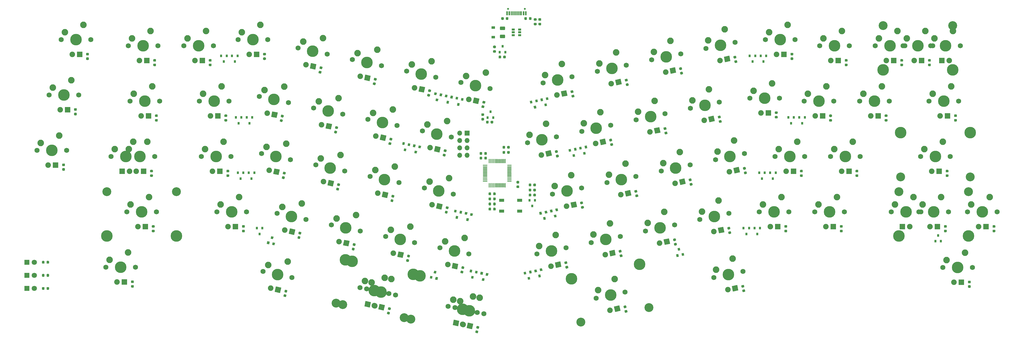
<source format=gbr>
G04 #@! TF.GenerationSoftware,KiCad,Pcbnew,5.1.9*
G04 #@! TF.CreationDate,2021-03-27T18:28:55-04:00*
G04 #@! TF.ProjectId,Cordillera,436f7264-696c-46c6-9572-612e6b696361,rev?*
G04 #@! TF.SameCoordinates,Original*
G04 #@! TF.FileFunction,Soldermask,Bot*
G04 #@! TF.FilePolarity,Negative*
%FSLAX46Y46*%
G04 Gerber Fmt 4.6, Leading zero omitted, Abs format (unit mm)*
G04 Created by KiCad (PCBNEW 5.1.9) date 2021-03-27 18:28:55*
%MOMM*%
%LPD*%
G01*
G04 APERTURE LIST*
%ADD10R,0.600000X1.450000*%
%ADD11R,0.300000X1.450000*%
%ADD12C,0.650000*%
%ADD13O,1.700000X1.700000*%
%ADD14R,1.700000X1.700000*%
%ADD15R,1.060000X0.650000*%
%ADD16C,1.800000*%
%ADD17R,1.800000X1.800000*%
%ADD18R,1.200000X0.900000*%
%ADD19R,0.800000X0.900000*%
%ADD20C,0.100000*%
%ADD21C,1.750000*%
%ADD22C,1.905000*%
%ADD23C,2.250000*%
%ADD24C,3.987800*%
%ADD25R,1.905000X1.905000*%
%ADD26C,3.048000*%
%ADD27R,1.800000X1.100000*%
G04 APERTURE END LIST*
D10*
X162594998Y9085002D03*
X156144998Y9085002D03*
X161819998Y9085002D03*
X156919998Y9085002D03*
D11*
X157619998Y9085002D03*
X161119998Y9085002D03*
X158119998Y9085002D03*
X160619998Y9085002D03*
X158619998Y9085002D03*
X160119998Y9085002D03*
X159619998Y9085002D03*
X159119998Y9085002D03*
D12*
X162259998Y10530002D03*
X156479998Y10530002D03*
D13*
X139877591Y-39796639D03*
X142417591Y-39796639D03*
X139877591Y-37256639D03*
X142417591Y-37256639D03*
X139877591Y-34716639D03*
X142417591Y-34716639D03*
X139877591Y-32176639D03*
D14*
X142417591Y-32176639D03*
G36*
G01*
X150699997Y-52813751D02*
X150699997Y-53326251D01*
G75*
G02*
X150481247Y-53545001I-218750J0D01*
G01*
X150043747Y-53545001D01*
G75*
G02*
X149824997Y-53326251I0J218750D01*
G01*
X149824997Y-52813751D01*
G75*
G02*
X150043747Y-52595001I218750J0D01*
G01*
X150481247Y-52595001D01*
G75*
G02*
X150699997Y-52813751I0J-218750D01*
G01*
G37*
G36*
G01*
X152274997Y-52813751D02*
X152274997Y-53326251D01*
G75*
G02*
X152056247Y-53545001I-218750J0D01*
G01*
X151618747Y-53545001D01*
G75*
G02*
X151399997Y-53326251I0J218750D01*
G01*
X151399997Y-52813751D01*
G75*
G02*
X151618747Y-52595001I218750J0D01*
G01*
X152056247Y-52595001D01*
G75*
G02*
X152274997Y-52813751I0J-218750D01*
G01*
G37*
G36*
G01*
X149839993Y-28133751D02*
X149839993Y-28646251D01*
G75*
G02*
X149621243Y-28865001I-218750J0D01*
G01*
X149183743Y-28865001D01*
G75*
G02*
X148964993Y-28646251I0J218750D01*
G01*
X148964993Y-28133751D01*
G75*
G02*
X149183743Y-27915001I218750J0D01*
G01*
X149621243Y-27915001D01*
G75*
G02*
X149839993Y-28133751I0J-218750D01*
G01*
G37*
G36*
G01*
X151414993Y-28133751D02*
X151414993Y-28646251D01*
G75*
G02*
X151196243Y-28865001I-218750J0D01*
G01*
X150758743Y-28865001D01*
G75*
G02*
X150539993Y-28646251I0J218750D01*
G01*
X150539993Y-28133751D01*
G75*
G02*
X150758743Y-27915001I218750J0D01*
G01*
X151196243Y-27915001D01*
G75*
G02*
X151414993Y-28133751I0J-218750D01*
G01*
G37*
G36*
G01*
X147566340Y-26950392D02*
X148078840Y-26950392D01*
G75*
G02*
X148297590Y-27169142I0J-218750D01*
G01*
X148297590Y-27606642D01*
G75*
G02*
X148078840Y-27825392I-218750J0D01*
G01*
X147566340Y-27825392D01*
G75*
G02*
X147347590Y-27606642I0J218750D01*
G01*
X147347590Y-27169142D01*
G75*
G02*
X147566340Y-26950392I218750J0D01*
G01*
G37*
G36*
G01*
X147566340Y-25375392D02*
X148078840Y-25375392D01*
G75*
G02*
X148297590Y-25594142I0J-218750D01*
G01*
X148297590Y-26031642D01*
G75*
G02*
X148078840Y-26250392I-218750J0D01*
G01*
X147566340Y-26250392D01*
G75*
G02*
X147347590Y-26031642I0J218750D01*
G01*
X147347590Y-25594142D01*
G75*
G02*
X147566340Y-25375392I218750J0D01*
G01*
G37*
D15*
X158269994Y2492501D03*
X158269994Y3442501D03*
X158269994Y1542501D03*
X160469994Y1542501D03*
X160469994Y2492501D03*
X160469994Y3442501D03*
G36*
G01*
X152113748Y-2949999D02*
X151601248Y-2949999D01*
G75*
G02*
X151382498Y-2731249I0J218750D01*
G01*
X151382498Y-2293749D01*
G75*
G02*
X151601248Y-2074999I218750J0D01*
G01*
X152113748Y-2074999D01*
G75*
G02*
X152332498Y-2293749I0J-218750D01*
G01*
X152332498Y-2731249D01*
G75*
G02*
X152113748Y-2949999I-218750J0D01*
G01*
G37*
G36*
G01*
X152113748Y-4524999D02*
X151601248Y-4524999D01*
G75*
G02*
X151382498Y-4306249I0J218750D01*
G01*
X151382498Y-3868749D01*
G75*
G02*
X151601248Y-3649999I218750J0D01*
G01*
X152113748Y-3649999D01*
G75*
G02*
X152332498Y-3868749I0J-218750D01*
G01*
X152332498Y-4306249D01*
G75*
G02*
X152113748Y-4524999I-218750J0D01*
G01*
G37*
G36*
G01*
X164479995Y-51503749D02*
X164479995Y-52016249D01*
G75*
G02*
X164261245Y-52234999I-218750J0D01*
G01*
X163823745Y-52234999D01*
G75*
G02*
X163604995Y-52016249I0J218750D01*
G01*
X163604995Y-51503749D01*
G75*
G02*
X163823745Y-51284999I218750J0D01*
G01*
X164261245Y-51284999D01*
G75*
G02*
X164479995Y-51503749I0J-218750D01*
G01*
G37*
G36*
G01*
X166054995Y-51503749D02*
X166054995Y-52016249D01*
G75*
G02*
X165836245Y-52234999I-218750J0D01*
G01*
X165398745Y-52234999D01*
G75*
G02*
X165179995Y-52016249I0J218750D01*
G01*
X165179995Y-51503749D01*
G75*
G02*
X165398745Y-51284999I218750J0D01*
G01*
X165836245Y-51284999D01*
G75*
G02*
X166054995Y-51503749I0J-218750D01*
G01*
G37*
G36*
G01*
X150699997Y-56313752D02*
X150699997Y-56826252D01*
G75*
G02*
X150481247Y-57045002I-218750J0D01*
G01*
X150043747Y-57045002D01*
G75*
G02*
X149824997Y-56826252I0J218750D01*
G01*
X149824997Y-56313752D01*
G75*
G02*
X150043747Y-56095002I218750J0D01*
G01*
X150481247Y-56095002D01*
G75*
G02*
X150699997Y-56313752I0J-218750D01*
G01*
G37*
G36*
G01*
X152274997Y-56313752D02*
X152274997Y-56826252D01*
G75*
G02*
X152056247Y-57045002I-218750J0D01*
G01*
X151618747Y-57045002D01*
G75*
G02*
X151399997Y-56826252I0J218750D01*
G01*
X151399997Y-56313752D01*
G75*
G02*
X151618747Y-56095002I218750J0D01*
G01*
X152056247Y-56095002D01*
G75*
G02*
X152274997Y-56313752I0J-218750D01*
G01*
G37*
G36*
G01*
X154149998Y-5753750D02*
X154149998Y-6266250D01*
G75*
G02*
X153931248Y-6485000I-218750J0D01*
G01*
X153493748Y-6485000D01*
G75*
G02*
X153274998Y-6266250I0J218750D01*
G01*
X153274998Y-5753750D01*
G75*
G02*
X153493748Y-5535000I218750J0D01*
G01*
X153931248Y-5535000D01*
G75*
G02*
X154149998Y-5753750I0J-218750D01*
G01*
G37*
G36*
G01*
X155724998Y-5753750D02*
X155724998Y-6266250D01*
G75*
G02*
X155506248Y-6485000I-218750J0D01*
G01*
X155068748Y-6485000D01*
G75*
G02*
X154849998Y-6266250I0J218750D01*
G01*
X154849998Y-5753750D01*
G75*
G02*
X155068748Y-5535000I218750J0D01*
G01*
X155506248Y-5535000D01*
G75*
G02*
X155724998Y-5753750I0J-218750D01*
G01*
G37*
G36*
G01*
X148349993Y-39436251D02*
X148349993Y-38923751D01*
G75*
G02*
X148568743Y-38705001I218750J0D01*
G01*
X149006243Y-38705001D01*
G75*
G02*
X149224993Y-38923751I0J-218750D01*
G01*
X149224993Y-39436251D01*
G75*
G02*
X149006243Y-39655001I-218750J0D01*
G01*
X148568743Y-39655001D01*
G75*
G02*
X148349993Y-39436251I0J218750D01*
G01*
G37*
G36*
G01*
X146774993Y-39436251D02*
X146774993Y-38923751D01*
G75*
G02*
X146993743Y-38705001I218750J0D01*
G01*
X147431243Y-38705001D01*
G75*
G02*
X147649993Y-38923751I0J-218750D01*
G01*
X147649993Y-39436251D01*
G75*
G02*
X147431243Y-39655001I-218750J0D01*
G01*
X146993743Y-39655001D01*
G75*
G02*
X146774993Y-39436251I0J218750D01*
G01*
G37*
G36*
G01*
X165571246Y5786251D02*
X166083746Y5786251D01*
G75*
G02*
X166302496Y5567501I0J-218750D01*
G01*
X166302496Y5130001D01*
G75*
G02*
X166083746Y4911251I-218750J0D01*
G01*
X165571246Y4911251D01*
G75*
G02*
X165352496Y5130001I0J218750D01*
G01*
X165352496Y5567501D01*
G75*
G02*
X165571246Y5786251I218750J0D01*
G01*
G37*
G36*
G01*
X165571246Y7361251D02*
X166083746Y7361251D01*
G75*
G02*
X166302496Y7142501I0J-218750D01*
G01*
X166302496Y6705001D01*
G75*
G02*
X166083746Y6486251I-218750J0D01*
G01*
X165571246Y6486251D01*
G75*
G02*
X165352496Y6705001I0J218750D01*
G01*
X165352496Y7142501D01*
G75*
G02*
X165571246Y7361251I218750J0D01*
G01*
G37*
G36*
G01*
X156214052Y-37310257D02*
X156214052Y-36797757D01*
G75*
G02*
X156432802Y-36579007I218750J0D01*
G01*
X156870302Y-36579007D01*
G75*
G02*
X157089052Y-36797757I0J-218750D01*
G01*
X157089052Y-37310257D01*
G75*
G02*
X156870302Y-37529007I-218750J0D01*
G01*
X156432802Y-37529007D01*
G75*
G02*
X156214052Y-37310257I0J218750D01*
G01*
G37*
G36*
G01*
X154639052Y-37310257D02*
X154639052Y-36797757D01*
G75*
G02*
X154857802Y-36579007I218750J0D01*
G01*
X155295302Y-36579007D01*
G75*
G02*
X155514052Y-36797757I0J-218750D01*
G01*
X155514052Y-37310257D01*
G75*
G02*
X155295302Y-37529007I-218750J0D01*
G01*
X154857802Y-37529007D01*
G75*
G02*
X154639052Y-37310257I0J218750D01*
G01*
G37*
G36*
G01*
X159623746Y-50210001D02*
X160136246Y-50210001D01*
G75*
G02*
X160354996Y-50428751I0J-218750D01*
G01*
X160354996Y-50866251D01*
G75*
G02*
X160136246Y-51085001I-218750J0D01*
G01*
X159623746Y-51085001D01*
G75*
G02*
X159404996Y-50866251I0J218750D01*
G01*
X159404996Y-50428751D01*
G75*
G02*
X159623746Y-50210001I218750J0D01*
G01*
G37*
G36*
G01*
X159623746Y-48635001D02*
X160136246Y-48635001D01*
G75*
G02*
X160354996Y-48853751I0J-218750D01*
G01*
X160354996Y-49291251D01*
G75*
G02*
X160136246Y-49510001I-218750J0D01*
G01*
X159623746Y-49510001D01*
G75*
G02*
X159404996Y-49291251I0J218750D01*
G01*
X159404996Y-48853751D01*
G75*
G02*
X159623746Y-48635001I218750J0D01*
G01*
G37*
G36*
G01*
X150699993Y-54563751D02*
X150699993Y-55076251D01*
G75*
G02*
X150481243Y-55295001I-218750J0D01*
G01*
X150043743Y-55295001D01*
G75*
G02*
X149824993Y-55076251I0J218750D01*
G01*
X149824993Y-54563751D01*
G75*
G02*
X150043743Y-54345001I218750J0D01*
G01*
X150481243Y-54345001D01*
G75*
G02*
X150699993Y-54563751I0J-218750D01*
G01*
G37*
G36*
G01*
X152274993Y-54563751D02*
X152274993Y-55076251D01*
G75*
G02*
X152056243Y-55295001I-218750J0D01*
G01*
X151618743Y-55295001D01*
G75*
G02*
X151399993Y-55076251I0J218750D01*
G01*
X151399993Y-54563751D01*
G75*
G02*
X151618743Y-54345001I218750J0D01*
G01*
X152056243Y-54345001D01*
G75*
G02*
X152274993Y-54563751I0J-218750D01*
G01*
G37*
G36*
G01*
X156214049Y-39060256D02*
X156214049Y-38547756D01*
G75*
G02*
X156432799Y-38329006I218750J0D01*
G01*
X156870299Y-38329006D01*
G75*
G02*
X157089049Y-38547756I0J-218750D01*
G01*
X157089049Y-39060256D01*
G75*
G02*
X156870299Y-39279006I-218750J0D01*
G01*
X156432799Y-39279006D01*
G75*
G02*
X156214049Y-39060256I0J218750D01*
G01*
G37*
G36*
G01*
X154639049Y-39060256D02*
X154639049Y-38547756D01*
G75*
G02*
X154857799Y-38329006I218750J0D01*
G01*
X155295299Y-38329006D01*
G75*
G02*
X155514049Y-38547756I0J-218750D01*
G01*
X155514049Y-39060256D01*
G75*
G02*
X155295299Y-39279006I-218750J0D01*
G01*
X154857799Y-39279006D01*
G75*
G02*
X154639049Y-39060256I0J218750D01*
G01*
G37*
G36*
G01*
X148349998Y-41036251D02*
X148349998Y-40523751D01*
G75*
G02*
X148568748Y-40305001I218750J0D01*
G01*
X149006248Y-40305001D01*
G75*
G02*
X149224998Y-40523751I0J-218750D01*
G01*
X149224998Y-41036251D01*
G75*
G02*
X149006248Y-41255001I-218750J0D01*
G01*
X148568748Y-41255001D01*
G75*
G02*
X148349998Y-41036251I0J218750D01*
G01*
G37*
G36*
G01*
X146774998Y-41036251D02*
X146774998Y-40523751D01*
G75*
G02*
X146993748Y-40305001I218750J0D01*
G01*
X147431248Y-40305001D01*
G75*
G02*
X147649998Y-40523751I0J-218750D01*
G01*
X147649998Y-41036251D01*
G75*
G02*
X147431248Y-41255001I-218750J0D01*
G01*
X146993748Y-41255001D01*
G75*
G02*
X146774998Y-41036251I0J218750D01*
G01*
G37*
D16*
X-6010003Y-76620000D03*
D17*
X-8550003Y-76620000D03*
D18*
X151432498Y4142500D03*
X151432498Y842500D03*
G36*
G01*
X165179997Y-53766250D02*
X165179997Y-53253750D01*
G75*
G02*
X165398747Y-53035000I218750J0D01*
G01*
X165836247Y-53035000D01*
G75*
G02*
X166054997Y-53253750I0J-218750D01*
G01*
X166054997Y-53766250D01*
G75*
G02*
X165836247Y-53985000I-218750J0D01*
G01*
X165398747Y-53985000D01*
G75*
G02*
X165179997Y-53766250I0J218750D01*
G01*
G37*
G36*
G01*
X163604997Y-53766250D02*
X163604997Y-53253750D01*
G75*
G02*
X163823747Y-53035000I218750J0D01*
G01*
X164261247Y-53035000D01*
G75*
G02*
X164479997Y-53253750I0J-218750D01*
G01*
X164479997Y-53766250D01*
G75*
G02*
X164261247Y-53985000I-218750J0D01*
G01*
X163823747Y-53985000D01*
G75*
G02*
X163604997Y-53766250I0J218750D01*
G01*
G37*
G36*
G01*
X164479997Y-49753750D02*
X164479997Y-50266250D01*
G75*
G02*
X164261247Y-50485000I-218750J0D01*
G01*
X163823747Y-50485000D01*
G75*
G02*
X163604997Y-50266250I0J218750D01*
G01*
X163604997Y-49753750D01*
G75*
G02*
X163823747Y-49535000I218750J0D01*
G01*
X164261247Y-49535000D01*
G75*
G02*
X164479997Y-49753750I0J-218750D01*
G01*
G37*
G36*
G01*
X166054997Y-49753750D02*
X166054997Y-50266250D01*
G75*
G02*
X165836247Y-50485000I-218750J0D01*
G01*
X165398747Y-50485000D01*
G75*
G02*
X165179997Y-50266250I0J218750D01*
G01*
X165179997Y-49753750D01*
G75*
G02*
X165398747Y-49535000I218750J0D01*
G01*
X165836247Y-49535000D01*
G75*
G02*
X166054997Y-49753750I0J-218750D01*
G01*
G37*
G36*
G01*
X150699993Y-58063751D02*
X150699993Y-58576251D01*
G75*
G02*
X150481243Y-58795001I-218750J0D01*
G01*
X150043743Y-58795001D01*
G75*
G02*
X149824993Y-58576251I0J218750D01*
G01*
X149824993Y-58063751D01*
G75*
G02*
X150043743Y-57845001I218750J0D01*
G01*
X150481243Y-57845001D01*
G75*
G02*
X150699993Y-58063751I0J-218750D01*
G01*
G37*
G36*
G01*
X152274993Y-58063751D02*
X152274993Y-58576251D01*
G75*
G02*
X152056243Y-58795001I-218750J0D01*
G01*
X151618743Y-58795001D01*
G75*
G02*
X151399993Y-58576251I0J218750D01*
G01*
X151399993Y-58063751D01*
G75*
G02*
X151618743Y-57845001I218750J0D01*
G01*
X152056243Y-57845001D01*
G75*
G02*
X152274993Y-58063751I0J-218750D01*
G01*
G37*
D19*
X150459994Y-24810001D03*
X149509994Y-26810001D03*
X151409994Y-26810001D03*
D20*
G36*
X139161101Y-21810814D02*
G01*
X139943619Y-21977143D01*
X139756499Y-22857476D01*
X138973981Y-22691147D01*
X139161101Y-21810814D01*
G37*
G36*
X140506165Y-20052035D02*
G01*
X141288683Y-20218364D01*
X141101563Y-21098697D01*
X140319045Y-20932368D01*
X140506165Y-20052035D01*
G37*
G36*
X138647684Y-19657002D02*
G01*
X139430202Y-19823331D01*
X139243082Y-20703664D01*
X138460564Y-20537335D01*
X138647684Y-19657002D01*
G37*
G36*
G01*
X129742715Y-18083598D02*
X129241414Y-17977043D01*
G75*
G02*
X129072925Y-17717592I45481J213970D01*
G01*
X129163886Y-17289653D01*
G75*
G02*
X129423337Y-17121164I213970J-45481D01*
G01*
X129924638Y-17227719D01*
G75*
G02*
X130093127Y-17487170I-45481J-213970D01*
G01*
X130002166Y-17915109D01*
G75*
G02*
X129742715Y-18083598I-213970J45481D01*
G01*
G37*
G36*
G01*
X129415255Y-19624180D02*
X128913954Y-19517625D01*
G75*
G02*
X128745465Y-19258174I45481J213970D01*
G01*
X128836426Y-18830235D01*
G75*
G02*
X129095877Y-18661746I213970J-45481D01*
G01*
X129597178Y-18768301D01*
G75*
G02*
X129765667Y-19027752I-45481J-213970D01*
G01*
X129674706Y-19455691D01*
G75*
G02*
X129415255Y-19624180I-213970J45481D01*
G01*
G37*
G36*
X144001407Y-81266436D02*
G01*
X144783925Y-81432765D01*
X144596805Y-82313098D01*
X143814287Y-82146769D01*
X144001407Y-81266436D01*
G37*
G36*
X145346471Y-79507657D02*
G01*
X146128989Y-79673986D01*
X145941869Y-80554319D01*
X145159351Y-80387990D01*
X145346471Y-79507657D01*
G37*
G36*
X143487990Y-79112624D02*
G01*
X144270508Y-79278953D01*
X144083388Y-80159286D01*
X143300870Y-79992957D01*
X143487990Y-79112624D01*
G37*
G36*
X147669464Y-82046104D02*
G01*
X148451982Y-82212433D01*
X148264862Y-83092766D01*
X147482344Y-82926437D01*
X147669464Y-82046104D01*
G37*
G36*
X149014528Y-80287325D02*
G01*
X149797046Y-80453654D01*
X149609926Y-81333987D01*
X148827408Y-81167658D01*
X149014528Y-80287325D01*
G37*
G36*
X147156047Y-79892292D02*
G01*
X147938565Y-80058621D01*
X147751445Y-80938954D01*
X146968927Y-80772625D01*
X147156047Y-79892292D01*
G37*
G36*
X138651414Y-60656438D02*
G01*
X139433932Y-60822767D01*
X139246812Y-61703100D01*
X138464294Y-61536771D01*
X138651414Y-60656438D01*
G37*
G36*
X139996478Y-58897659D02*
G01*
X140778996Y-59063988D01*
X140591876Y-59944321D01*
X139809358Y-59777992D01*
X139996478Y-58897659D01*
G37*
G36*
X138137997Y-58502626D02*
G01*
X138920515Y-58668955D01*
X138733395Y-59549288D01*
X137950877Y-59382959D01*
X138137997Y-58502626D01*
G37*
G36*
X142319469Y-61436105D02*
G01*
X143101987Y-61602434D01*
X142914867Y-62482767D01*
X142132349Y-62316438D01*
X142319469Y-61436105D01*
G37*
G36*
X143664533Y-59677326D02*
G01*
X144447051Y-59843655D01*
X144259931Y-60723988D01*
X143477413Y-60557659D01*
X143664533Y-59677326D01*
G37*
G36*
X141806052Y-59282293D02*
G01*
X142588570Y-59448622D01*
X142401450Y-60328955D01*
X141618932Y-60162626D01*
X141806052Y-59282293D01*
G37*
G36*
X120874221Y-37396497D02*
G01*
X121656739Y-37562826D01*
X121469619Y-38443159D01*
X120687101Y-38276830D01*
X120874221Y-37396497D01*
G37*
G36*
X122219285Y-35637718D02*
G01*
X123001803Y-35804047D01*
X122814683Y-36684380D01*
X122032165Y-36518051D01*
X122219285Y-35637718D01*
G37*
G36*
X120360804Y-35242685D02*
G01*
X121143322Y-35409014D01*
X120956202Y-36289347D01*
X120173684Y-36123018D01*
X120360804Y-35242685D01*
G37*
G36*
X124542272Y-38176167D02*
G01*
X125324790Y-38342496D01*
X125137670Y-39222829D01*
X124355152Y-39056500D01*
X124542272Y-38176167D01*
G37*
G36*
X125887336Y-36417388D02*
G01*
X126669854Y-36583717D01*
X126482734Y-37464050D01*
X125700216Y-37297721D01*
X125887336Y-36417388D01*
G37*
G36*
X124028855Y-36022355D02*
G01*
X124811373Y-36188684D01*
X124624253Y-37069017D01*
X123841735Y-36902688D01*
X124028855Y-36022355D01*
G37*
G36*
X135493042Y-21031145D02*
G01*
X136275560Y-21197474D01*
X136088440Y-22077807D01*
X135305922Y-21911478D01*
X135493042Y-21031145D01*
G37*
G36*
X136838106Y-19272366D02*
G01*
X137620624Y-19438695D01*
X137433504Y-20319028D01*
X136650986Y-20152699D01*
X136838106Y-19272366D01*
G37*
G36*
X134979625Y-18877333D02*
G01*
X135762143Y-19043662D01*
X135575023Y-19923995D01*
X134792505Y-19757666D01*
X134979625Y-18877333D01*
G37*
G36*
X131824991Y-20251473D02*
G01*
X132607509Y-20417802D01*
X132420389Y-21298135D01*
X131637871Y-21131806D01*
X131824991Y-20251473D01*
G37*
G36*
X133170055Y-18492694D02*
G01*
X133952573Y-18659023D01*
X133765453Y-19539356D01*
X132982935Y-19373027D01*
X133170055Y-18492694D01*
G37*
G36*
X131311574Y-18097661D02*
G01*
X132094092Y-18263990D01*
X131906972Y-19144323D01*
X131124454Y-18977994D01*
X131311574Y-18097661D01*
G37*
D19*
X71234994Y-66865001D03*
X72184994Y-64865001D03*
X70284994Y-64865001D03*
X243634997Y-47814499D03*
X244584997Y-45814499D03*
X242684997Y-45814499D03*
X247384991Y-47814499D03*
X248334991Y-45814499D03*
X246434991Y-45814499D03*
D20*
G36*
X163173249Y-81762823D02*
G01*
X163955767Y-81596494D01*
X164142887Y-82476827D01*
X163360369Y-82643156D01*
X163173249Y-81762823D01*
G37*
G36*
X163686666Y-79609011D02*
G01*
X164469184Y-79442682D01*
X164656304Y-80323015D01*
X163873786Y-80489344D01*
X163686666Y-79609011D01*
G37*
G36*
X161828185Y-80004044D02*
G01*
X162610703Y-79837715D01*
X162797823Y-80718048D01*
X162015305Y-80884377D01*
X161828185Y-80004044D01*
G37*
G36*
X166841308Y-80983156D02*
G01*
X167623826Y-80816827D01*
X167810946Y-81697160D01*
X167028428Y-81863489D01*
X166841308Y-80983156D01*
G37*
G36*
X167354725Y-78829344D02*
G01*
X168137243Y-78663015D01*
X168324363Y-79543348D01*
X167541845Y-79709677D01*
X167354725Y-78829344D01*
G37*
G36*
X165496244Y-79224377D02*
G01*
X166278762Y-79058048D01*
X166465882Y-79938381D01*
X165683364Y-80104710D01*
X165496244Y-79224377D01*
G37*
G36*
X168533254Y-61152824D02*
G01*
X169315772Y-60986495D01*
X169502892Y-61866828D01*
X168720374Y-62033157D01*
X168533254Y-61152824D01*
G37*
G36*
X169046671Y-58999012D02*
G01*
X169829189Y-58832683D01*
X170016309Y-59713016D01*
X169233791Y-59879345D01*
X169046671Y-58999012D01*
G37*
G36*
X167188190Y-59394045D02*
G01*
X167970708Y-59227716D01*
X168157828Y-60108049D01*
X167375310Y-60274378D01*
X167188190Y-59394045D01*
G37*
G36*
X172201308Y-60373157D02*
G01*
X172983826Y-60206828D01*
X173170946Y-61087161D01*
X172388428Y-61253490D01*
X172201308Y-60373157D01*
G37*
G36*
X172714725Y-58219345D02*
G01*
X173497243Y-58053016D01*
X173684363Y-58933349D01*
X172901845Y-59099678D01*
X172714725Y-58219345D01*
G37*
G36*
X170856244Y-58614378D02*
G01*
X171638762Y-58448049D01*
X171825882Y-59328382D01*
X171043364Y-59494711D01*
X170856244Y-58614378D01*
G37*
G36*
X178576493Y-39535830D02*
G01*
X179359011Y-39369501D01*
X179546131Y-40249834D01*
X178763613Y-40416163D01*
X178576493Y-39535830D01*
G37*
G36*
X179089910Y-37382018D02*
G01*
X179872428Y-37215689D01*
X180059548Y-38096022D01*
X179277030Y-38262351D01*
X179089910Y-37382018D01*
G37*
G36*
X177231429Y-37777051D02*
G01*
X178013947Y-37610722D01*
X178201067Y-38491055D01*
X177418549Y-38657384D01*
X177231429Y-37777051D01*
G37*
G36*
X182244544Y-38756161D02*
G01*
X183027062Y-38589832D01*
X183214182Y-39470165D01*
X182431664Y-39636494D01*
X182244544Y-38756161D01*
G37*
G36*
X182757961Y-36602349D02*
G01*
X183540479Y-36436020D01*
X183727599Y-37316353D01*
X182945081Y-37482682D01*
X182757961Y-36602349D01*
G37*
G36*
X180899480Y-36997382D02*
G01*
X181681998Y-36831053D01*
X181869118Y-37711386D01*
X181086600Y-37877715D01*
X180899480Y-36997382D01*
G37*
D21*
X215738990Y-4883809D03*
X205801010Y-6996191D03*
D20*
G36*
X212334789Y-11774663D02*
G01*
X211938718Y-9911292D01*
X213802089Y-9515221D01*
X214198160Y-11378592D01*
X212334789Y-11774663D01*
G37*
D22*
X210583944Y-11173038D03*
D23*
X206515162Y-4247649D03*
D24*
X210770000Y-5940000D03*
D23*
X212198304Y-442914D03*
D20*
G36*
X165273254Y-22892822D02*
G01*
X166055772Y-22726493D01*
X166242892Y-23606826D01*
X165460374Y-23773155D01*
X165273254Y-22892822D01*
G37*
G36*
X165786671Y-20739010D02*
G01*
X166569189Y-20572681D01*
X166756309Y-21453014D01*
X165973791Y-21619343D01*
X165786671Y-20739010D01*
G37*
G36*
X163928190Y-21134043D02*
G01*
X164710708Y-20967714D01*
X164897828Y-21848047D01*
X164115310Y-22014376D01*
X163928190Y-21134043D01*
G37*
G36*
X168941305Y-22113153D02*
G01*
X169723823Y-21946824D01*
X169910943Y-22827157D01*
X169128425Y-22993486D01*
X168941305Y-22113153D01*
G37*
G36*
X169454722Y-19959341D02*
G01*
X170237240Y-19793012D01*
X170424360Y-20673345D01*
X169641842Y-20839674D01*
X169454722Y-19959341D01*
G37*
G36*
X167596241Y-20354374D02*
G01*
X168378759Y-20188045D01*
X168565879Y-21068378D01*
X167783361Y-21234707D01*
X167596241Y-20354374D01*
G37*
D19*
X238274992Y-66865001D03*
X239224992Y-64865001D03*
X237324992Y-64865001D03*
X257394991Y-28787501D03*
X258344991Y-26787501D03*
X256444991Y-26787501D03*
X253644991Y-28787499D03*
X254594991Y-26787499D03*
X252694991Y-26787499D03*
X244124997Y-7575000D03*
X245074997Y-5575000D03*
X243174997Y-5575000D03*
X240374991Y-7575001D03*
X241324991Y-5575001D03*
X239424991Y-5575001D03*
X68499996Y-47815000D03*
X69449996Y-45815000D03*
X67549996Y-45815000D03*
X64749991Y-47815001D03*
X65699991Y-45815001D03*
X63799991Y-45815001D03*
X64049991Y-28765001D03*
X64999991Y-26765001D03*
X63099991Y-26765001D03*
X67799991Y-28764999D03*
X68749991Y-26764999D03*
X66849991Y-26764999D03*
X58999991Y-7575001D03*
X59949991Y-5575001D03*
X58049991Y-5575001D03*
X62749993Y-7574998D03*
X63699993Y-5574998D03*
X61799993Y-5574998D03*
X242024996Y-66864999D03*
X242974996Y-64864999D03*
X241074996Y-64864999D03*
D21*
X60740000Y-21190000D03*
X50580000Y-21190000D03*
D25*
X56930000Y-26270000D03*
D22*
X54390000Y-26270000D03*
D23*
X51850000Y-18650000D03*
D24*
X55660000Y-21190000D03*
D23*
X58200000Y-16110000D03*
D21*
X311710000Y-2140000D03*
X301550000Y-2140000D03*
D25*
X305360000Y-7220000D03*
D22*
X307900000Y-7220000D03*
D23*
X302820000Y400000D03*
D24*
X306630000Y-2140000D03*
D23*
X309170000Y2940000D03*
D21*
X94408990Y-5016191D03*
X84471010Y-2903809D03*
D20*
G36*
X88496335Y-9926688D02*
G01*
X88892406Y-8063317D01*
X90755777Y-8459388D01*
X90359706Y-10322759D01*
X88496335Y-9926688D01*
G37*
D22*
X87141561Y-8664942D03*
D23*
X86241353Y-683362D03*
D24*
X89440000Y-3960000D03*
D23*
X92980686Y480894D03*
D16*
X-6010006Y-85620000D03*
D17*
X-8550006Y-85620000D03*
D16*
X-6010005Y-81120000D03*
D17*
X-8550005Y-81120000D03*
G36*
G01*
X-1850006Y-85876250D02*
X-1850006Y-85363750D01*
G75*
G02*
X-1631256Y-85145000I218750J0D01*
G01*
X-1193756Y-85145000D01*
G75*
G02*
X-975006Y-85363750I0J-218750D01*
G01*
X-975006Y-85876250D01*
G75*
G02*
X-1193756Y-86095000I-218750J0D01*
G01*
X-1631256Y-86095000D01*
G75*
G02*
X-1850006Y-85876250I0J218750D01*
G01*
G37*
G36*
G01*
X-3425006Y-85876250D02*
X-3425006Y-85363750D01*
G75*
G02*
X-3206256Y-85145000I218750J0D01*
G01*
X-2768756Y-85145000D01*
G75*
G02*
X-2550006Y-85363750I0J-218750D01*
G01*
X-2550006Y-85876250D01*
G75*
G02*
X-2768756Y-86095000I-218750J0D01*
G01*
X-3206256Y-86095000D01*
G75*
G02*
X-3425006Y-85876250I0J218750D01*
G01*
G37*
G36*
G01*
X-1850005Y-81376250D02*
X-1850005Y-80863750D01*
G75*
G02*
X-1631255Y-80645000I218750J0D01*
G01*
X-1193755Y-80645000D01*
G75*
G02*
X-975005Y-80863750I0J-218750D01*
G01*
X-975005Y-81376250D01*
G75*
G02*
X-1193755Y-81595000I-218750J0D01*
G01*
X-1631255Y-81595000D01*
G75*
G02*
X-1850005Y-81376250I0J218750D01*
G01*
G37*
G36*
G01*
X-3425005Y-81376250D02*
X-3425005Y-80863750D01*
G75*
G02*
X-3206255Y-80645000I218750J0D01*
G01*
X-2768755Y-80645000D01*
G75*
G02*
X-2550005Y-80863750I0J-218750D01*
G01*
X-2550005Y-81376250D01*
G75*
G02*
X-2768755Y-81595000I-218750J0D01*
G01*
X-3206255Y-81595000D01*
G75*
G02*
X-3425005Y-81376250I0J218750D01*
G01*
G37*
G36*
G01*
X-1850005Y-76876250D02*
X-1850005Y-76363750D01*
G75*
G02*
X-1631255Y-76145000I218750J0D01*
G01*
X-1193755Y-76145000D01*
G75*
G02*
X-975005Y-76363750I0J-218750D01*
G01*
X-975005Y-76876250D01*
G75*
G02*
X-1193755Y-77095000I-218750J0D01*
G01*
X-1631255Y-77095000D01*
G75*
G02*
X-1850005Y-76876250I0J218750D01*
G01*
G37*
G36*
G01*
X-3425005Y-76876250D02*
X-3425005Y-76363750D01*
G75*
G02*
X-3206255Y-76145000I218750J0D01*
G01*
X-2768755Y-76145000D01*
G75*
G02*
X-2550005Y-76363750I0J-218750D01*
G01*
X-2550005Y-76876250D01*
G75*
G02*
X-2768755Y-77095000I-218750J0D01*
G01*
X-3206255Y-77095000D01*
G75*
G02*
X-3425005Y-76876250I0J218750D01*
G01*
G37*
D21*
X311120000Y-21190000D03*
X300960000Y-21190000D03*
D25*
X307310000Y-26270000D03*
D22*
X304770000Y-26270000D03*
D23*
X302230000Y-18650000D03*
D24*
X306040000Y-21190000D03*
D23*
X308580000Y-16110000D03*
D21*
X315880000Y-78390000D03*
X305720000Y-78390000D03*
D25*
X312070000Y-83470000D03*
D22*
X309530000Y-83470000D03*
D23*
X306990000Y-75850000D03*
D24*
X310800000Y-78390000D03*
D23*
X313340000Y-73310000D03*
D21*
X237078990Y-79783809D03*
X227141010Y-81896191D03*
D20*
G36*
X233674789Y-86674663D02*
G01*
X233278718Y-84811292D01*
X235142089Y-84415221D01*
X235538160Y-86278592D01*
X233674789Y-86674663D01*
G37*
D22*
X231923944Y-86073038D03*
D23*
X227855162Y-79147649D03*
D24*
X232110000Y-80840000D03*
D23*
X233538304Y-75342914D03*
D24*
X126323437Y-81267441D03*
X102969185Y-76303342D03*
D26*
X123154863Y-96174411D03*
X99800611Y-91210311D03*
D21*
X117898990Y-87916191D03*
X107961010Y-85803809D03*
D20*
G36*
X111986335Y-92826688D02*
G01*
X112382406Y-90963317D01*
X114245777Y-91359388D01*
X113849706Y-93222759D01*
X111986335Y-92826688D01*
G37*
D22*
X110631561Y-91564942D03*
D23*
X109731353Y-83583362D03*
D24*
X112930000Y-86860000D03*
D23*
X116470686Y-82419106D03*
D24*
X124033437Y-80777441D03*
X100679185Y-75813342D03*
D26*
X120864863Y-95684411D03*
X97510611Y-90720311D03*
D21*
X115608990Y-87426191D03*
X105671010Y-85313809D03*
D20*
G36*
X107211840Y-91808592D02*
G01*
X107607911Y-89945221D01*
X109471282Y-90341292D01*
X109075211Y-92204663D01*
X107211840Y-91808592D01*
G37*
D22*
X110826056Y-91603038D03*
D23*
X107441353Y-83093362D03*
D24*
X110640000Y-86370000D03*
D23*
X114180686Y-81929106D03*
D21*
X145908990Y-93866191D03*
X135971010Y-91753809D03*
D20*
G36*
X137511840Y-98248592D02*
G01*
X137907911Y-96385221D01*
X139771282Y-96781292D01*
X139375211Y-98644663D01*
X137511840Y-98248592D01*
G37*
D22*
X141126056Y-98043038D03*
D23*
X137741353Y-89533362D03*
D24*
X140940000Y-92810000D03*
D23*
X144480686Y-88369106D03*
D24*
X201660815Y-77343342D03*
X178306563Y-82307441D03*
D26*
X204829389Y-92250311D03*
X181475137Y-97214411D03*
D21*
X196668990Y-86843809D03*
X186731010Y-88956191D03*
D20*
G36*
X193264789Y-93734663D02*
G01*
X192868718Y-91871292D01*
X194732089Y-91475221D01*
X195128160Y-93338592D01*
X193264789Y-93734663D01*
G37*
D22*
X191513944Y-93133038D03*
D23*
X187445162Y-86207649D03*
D24*
X191700000Y-87900000D03*
D23*
X193128304Y-82402914D03*
D21*
X82368990Y-81896191D03*
X72431010Y-79783809D03*
D20*
G36*
X76456335Y-86806688D02*
G01*
X76852406Y-84943317D01*
X78715777Y-85339388D01*
X78319706Y-87202759D01*
X76456335Y-86806688D01*
G37*
D22*
X75101561Y-85544942D03*
D23*
X74201353Y-77563362D03*
D24*
X77400000Y-80840000D03*
D23*
X80940686Y-76399106D03*
D21*
X298130000Y-59290000D03*
X287970000Y-59290000D03*
D25*
X291780000Y-64370000D03*
D22*
X294320000Y-64370000D03*
D23*
X289240000Y-56750000D03*
D24*
X293050000Y-59290000D03*
D23*
X295590000Y-54210000D03*
D24*
X314508000Y-67545000D03*
X290632000Y-67545000D03*
D26*
X314508000Y-52305000D03*
X290632000Y-52305000D03*
D21*
X307650000Y-59290000D03*
X297490000Y-59290000D03*
D25*
X303840000Y-64370000D03*
D22*
X301300000Y-64370000D03*
D23*
X298760000Y-56750000D03*
D24*
X302570000Y-59290000D03*
D23*
X305110000Y-54210000D03*
D24*
X315098000Y-31985000D03*
X291222000Y-31985000D03*
D26*
X315098000Y-47225000D03*
X291222000Y-47225000D03*
D21*
X308240000Y-40240000D03*
X298080000Y-40240000D03*
D25*
X304430000Y-45320000D03*
D22*
X301890000Y-45320000D03*
D23*
X299350000Y-37700000D03*
D24*
X303160000Y-40240000D03*
D23*
X305700000Y-35160000D03*
D21*
X30480000Y-40240000D03*
X20320000Y-40240000D03*
D25*
X24130000Y-45320000D03*
D22*
X26670000Y-45320000D03*
D23*
X21590000Y-37700000D03*
D24*
X25400000Y-40240000D03*
D23*
X27940000Y-35160000D03*
D21*
X28700000Y-78340000D03*
X18540000Y-78340000D03*
D25*
X24890000Y-83420000D03*
D22*
X22350000Y-83420000D03*
D23*
X19810000Y-75800000D03*
D24*
X23620000Y-78340000D03*
D23*
X26160000Y-73260000D03*
D24*
X309048000Y-10395000D03*
X285172000Y-10395000D03*
D26*
X309048000Y4845000D03*
X285172000Y4845000D03*
D21*
X302190000Y-2140000D03*
X292030000Y-2140000D03*
D25*
X298380000Y-7220000D03*
D22*
X295840000Y-7220000D03*
D23*
X293300000Y400000D03*
D24*
X297110000Y-2140000D03*
D23*
X299650000Y2940000D03*
D21*
X148218990Y-94356191D03*
X138281010Y-92243809D03*
D20*
G36*
X142306335Y-99266688D02*
G01*
X142702406Y-97403317D01*
X144565777Y-97799388D01*
X144169706Y-99662759D01*
X142306335Y-99266688D01*
G37*
D22*
X140951561Y-98004942D03*
D23*
X140051353Y-90023362D03*
D24*
X143250000Y-93300000D03*
D23*
X146790686Y-88859106D03*
D21*
X35240000Y-40240000D03*
X25080000Y-40240000D03*
D25*
X31430000Y-45320000D03*
D22*
X28890000Y-45320000D03*
D23*
X26350000Y-37700000D03*
D24*
X30160000Y-40240000D03*
D23*
X32700000Y-35160000D03*
D21*
X36930000Y-21190000D03*
X26770000Y-21190000D03*
D25*
X33120000Y-26270000D03*
D22*
X30580000Y-26270000D03*
D23*
X28040000Y-18650000D03*
D24*
X31850000Y-21190000D03*
D23*
X34390000Y-16110000D03*
D24*
X42698000Y-67545000D03*
X18822000Y-67545000D03*
D26*
X42698000Y-52305000D03*
X18822000Y-52305000D03*
D21*
X35840000Y-59290000D03*
X25680000Y-59290000D03*
D25*
X32030000Y-64370000D03*
D22*
X29490000Y-64370000D03*
D23*
X26950000Y-56750000D03*
D24*
X30760000Y-59290000D03*
D23*
X33300000Y-54210000D03*
D19*
X164829996Y-57259998D03*
X165779996Y-55259998D03*
X163879996Y-55259998D03*
X154607497Y-2299999D03*
X153657497Y-4299999D03*
X155557497Y-4299999D03*
G36*
G01*
X157624994Y-48880000D02*
X156299994Y-48880000D01*
G75*
G02*
X156224994Y-48805000I0J75000D01*
G01*
X156224994Y-48655000D01*
G75*
G02*
X156299994Y-48580000I75000J0D01*
G01*
X157624994Y-48580000D01*
G75*
G02*
X157699994Y-48655000I0J-75000D01*
G01*
X157699994Y-48805000D01*
G75*
G02*
X157624994Y-48880000I-75000J0D01*
G01*
G37*
G36*
G01*
X157624994Y-48380000D02*
X156299994Y-48380000D01*
G75*
G02*
X156224994Y-48305000I0J75000D01*
G01*
X156224994Y-48155000D01*
G75*
G02*
X156299994Y-48080000I75000J0D01*
G01*
X157624994Y-48080000D01*
G75*
G02*
X157699994Y-48155000I0J-75000D01*
G01*
X157699994Y-48305000D01*
G75*
G02*
X157624994Y-48380000I-75000J0D01*
G01*
G37*
G36*
G01*
X157624994Y-47880000D02*
X156299994Y-47880000D01*
G75*
G02*
X156224994Y-47805000I0J75000D01*
G01*
X156224994Y-47655000D01*
G75*
G02*
X156299994Y-47580000I75000J0D01*
G01*
X157624994Y-47580000D01*
G75*
G02*
X157699994Y-47655000I0J-75000D01*
G01*
X157699994Y-47805000D01*
G75*
G02*
X157624994Y-47880000I-75000J0D01*
G01*
G37*
G36*
G01*
X157624994Y-47380000D02*
X156299994Y-47380000D01*
G75*
G02*
X156224994Y-47305000I0J75000D01*
G01*
X156224994Y-47155000D01*
G75*
G02*
X156299994Y-47080000I75000J0D01*
G01*
X157624994Y-47080000D01*
G75*
G02*
X157699994Y-47155000I0J-75000D01*
G01*
X157699994Y-47305000D01*
G75*
G02*
X157624994Y-47380000I-75000J0D01*
G01*
G37*
G36*
G01*
X157624994Y-46880000D02*
X156299994Y-46880000D01*
G75*
G02*
X156224994Y-46805000I0J75000D01*
G01*
X156224994Y-46655000D01*
G75*
G02*
X156299994Y-46580000I75000J0D01*
G01*
X157624994Y-46580000D01*
G75*
G02*
X157699994Y-46655000I0J-75000D01*
G01*
X157699994Y-46805000D01*
G75*
G02*
X157624994Y-46880000I-75000J0D01*
G01*
G37*
G36*
G01*
X157624994Y-46380000D02*
X156299994Y-46380000D01*
G75*
G02*
X156224994Y-46305000I0J75000D01*
G01*
X156224994Y-46155000D01*
G75*
G02*
X156299994Y-46080000I75000J0D01*
G01*
X157624994Y-46080000D01*
G75*
G02*
X157699994Y-46155000I0J-75000D01*
G01*
X157699994Y-46305000D01*
G75*
G02*
X157624994Y-46380000I-75000J0D01*
G01*
G37*
G36*
G01*
X157624994Y-45880000D02*
X156299994Y-45880000D01*
G75*
G02*
X156224994Y-45805000I0J75000D01*
G01*
X156224994Y-45655000D01*
G75*
G02*
X156299994Y-45580000I75000J0D01*
G01*
X157624994Y-45580000D01*
G75*
G02*
X157699994Y-45655000I0J-75000D01*
G01*
X157699994Y-45805000D01*
G75*
G02*
X157624994Y-45880000I-75000J0D01*
G01*
G37*
G36*
G01*
X157624994Y-45380000D02*
X156299994Y-45380000D01*
G75*
G02*
X156224994Y-45305000I0J75000D01*
G01*
X156224994Y-45155000D01*
G75*
G02*
X156299994Y-45080000I75000J0D01*
G01*
X157624994Y-45080000D01*
G75*
G02*
X157699994Y-45155000I0J-75000D01*
G01*
X157699994Y-45305000D01*
G75*
G02*
X157624994Y-45380000I-75000J0D01*
G01*
G37*
G36*
G01*
X157624994Y-44880000D02*
X156299994Y-44880000D01*
G75*
G02*
X156224994Y-44805000I0J75000D01*
G01*
X156224994Y-44655000D01*
G75*
G02*
X156299994Y-44580000I75000J0D01*
G01*
X157624994Y-44580000D01*
G75*
G02*
X157699994Y-44655000I0J-75000D01*
G01*
X157699994Y-44805000D01*
G75*
G02*
X157624994Y-44880000I-75000J0D01*
G01*
G37*
G36*
G01*
X157624994Y-44380000D02*
X156299994Y-44380000D01*
G75*
G02*
X156224994Y-44305000I0J75000D01*
G01*
X156224994Y-44155000D01*
G75*
G02*
X156299994Y-44080000I75000J0D01*
G01*
X157624994Y-44080000D01*
G75*
G02*
X157699994Y-44155000I0J-75000D01*
G01*
X157699994Y-44305000D01*
G75*
G02*
X157624994Y-44380000I-75000J0D01*
G01*
G37*
G36*
G01*
X157624994Y-43880000D02*
X156299994Y-43880000D01*
G75*
G02*
X156224994Y-43805000I0J75000D01*
G01*
X156224994Y-43655000D01*
G75*
G02*
X156299994Y-43580000I75000J0D01*
G01*
X157624994Y-43580000D01*
G75*
G02*
X157699994Y-43655000I0J-75000D01*
G01*
X157699994Y-43805000D01*
G75*
G02*
X157624994Y-43880000I-75000J0D01*
G01*
G37*
G36*
G01*
X157624994Y-43380000D02*
X156299994Y-43380000D01*
G75*
G02*
X156224994Y-43305000I0J75000D01*
G01*
X156224994Y-43155000D01*
G75*
G02*
X156299994Y-43080000I75000J0D01*
G01*
X157624994Y-43080000D01*
G75*
G02*
X157699994Y-43155000I0J-75000D01*
G01*
X157699994Y-43305000D01*
G75*
G02*
X157624994Y-43380000I-75000J0D01*
G01*
G37*
G36*
G01*
X155624994Y-42555000D02*
X155474994Y-42555000D01*
G75*
G02*
X155399994Y-42480000I0J75000D01*
G01*
X155399994Y-41155000D01*
G75*
G02*
X155474994Y-41080000I75000J0D01*
G01*
X155624994Y-41080000D01*
G75*
G02*
X155699994Y-41155000I0J-75000D01*
G01*
X155699994Y-42480000D01*
G75*
G02*
X155624994Y-42555000I-75000J0D01*
G01*
G37*
G36*
G01*
X155124994Y-42555000D02*
X154974994Y-42555000D01*
G75*
G02*
X154899994Y-42480000I0J75000D01*
G01*
X154899994Y-41155000D01*
G75*
G02*
X154974994Y-41080000I75000J0D01*
G01*
X155124994Y-41080000D01*
G75*
G02*
X155199994Y-41155000I0J-75000D01*
G01*
X155199994Y-42480000D01*
G75*
G02*
X155124994Y-42555000I-75000J0D01*
G01*
G37*
G36*
G01*
X154624994Y-42555000D02*
X154474994Y-42555000D01*
G75*
G02*
X154399994Y-42480000I0J75000D01*
G01*
X154399994Y-41155000D01*
G75*
G02*
X154474994Y-41080000I75000J0D01*
G01*
X154624994Y-41080000D01*
G75*
G02*
X154699994Y-41155000I0J-75000D01*
G01*
X154699994Y-42480000D01*
G75*
G02*
X154624994Y-42555000I-75000J0D01*
G01*
G37*
G36*
G01*
X154124994Y-42555000D02*
X153974994Y-42555000D01*
G75*
G02*
X153899994Y-42480000I0J75000D01*
G01*
X153899994Y-41155000D01*
G75*
G02*
X153974994Y-41080000I75000J0D01*
G01*
X154124994Y-41080000D01*
G75*
G02*
X154199994Y-41155000I0J-75000D01*
G01*
X154199994Y-42480000D01*
G75*
G02*
X154124994Y-42555000I-75000J0D01*
G01*
G37*
G36*
G01*
X153624994Y-42555000D02*
X153474994Y-42555000D01*
G75*
G02*
X153399994Y-42480000I0J75000D01*
G01*
X153399994Y-41155000D01*
G75*
G02*
X153474994Y-41080000I75000J0D01*
G01*
X153624994Y-41080000D01*
G75*
G02*
X153699994Y-41155000I0J-75000D01*
G01*
X153699994Y-42480000D01*
G75*
G02*
X153624994Y-42555000I-75000J0D01*
G01*
G37*
G36*
G01*
X153124994Y-42555000D02*
X152974994Y-42555000D01*
G75*
G02*
X152899994Y-42480000I0J75000D01*
G01*
X152899994Y-41155000D01*
G75*
G02*
X152974994Y-41080000I75000J0D01*
G01*
X153124994Y-41080000D01*
G75*
G02*
X153199994Y-41155000I0J-75000D01*
G01*
X153199994Y-42480000D01*
G75*
G02*
X153124994Y-42555000I-75000J0D01*
G01*
G37*
G36*
G01*
X152624994Y-42555000D02*
X152474994Y-42555000D01*
G75*
G02*
X152399994Y-42480000I0J75000D01*
G01*
X152399994Y-41155000D01*
G75*
G02*
X152474994Y-41080000I75000J0D01*
G01*
X152624994Y-41080000D01*
G75*
G02*
X152699994Y-41155000I0J-75000D01*
G01*
X152699994Y-42480000D01*
G75*
G02*
X152624994Y-42555000I-75000J0D01*
G01*
G37*
G36*
G01*
X152124994Y-42555000D02*
X151974994Y-42555000D01*
G75*
G02*
X151899994Y-42480000I0J75000D01*
G01*
X151899994Y-41155000D01*
G75*
G02*
X151974994Y-41080000I75000J0D01*
G01*
X152124994Y-41080000D01*
G75*
G02*
X152199994Y-41155000I0J-75000D01*
G01*
X152199994Y-42480000D01*
G75*
G02*
X152124994Y-42555000I-75000J0D01*
G01*
G37*
G36*
G01*
X151624994Y-42555000D02*
X151474994Y-42555000D01*
G75*
G02*
X151399994Y-42480000I0J75000D01*
G01*
X151399994Y-41155000D01*
G75*
G02*
X151474994Y-41080000I75000J0D01*
G01*
X151624994Y-41080000D01*
G75*
G02*
X151699994Y-41155000I0J-75000D01*
G01*
X151699994Y-42480000D01*
G75*
G02*
X151624994Y-42555000I-75000J0D01*
G01*
G37*
G36*
G01*
X151124994Y-42555000D02*
X150974994Y-42555000D01*
G75*
G02*
X150899994Y-42480000I0J75000D01*
G01*
X150899994Y-41155000D01*
G75*
G02*
X150974994Y-41080000I75000J0D01*
G01*
X151124994Y-41080000D01*
G75*
G02*
X151199994Y-41155000I0J-75000D01*
G01*
X151199994Y-42480000D01*
G75*
G02*
X151124994Y-42555000I-75000J0D01*
G01*
G37*
G36*
G01*
X150624994Y-42555000D02*
X150474994Y-42555000D01*
G75*
G02*
X150399994Y-42480000I0J75000D01*
G01*
X150399994Y-41155000D01*
G75*
G02*
X150474994Y-41080000I75000J0D01*
G01*
X150624994Y-41080000D01*
G75*
G02*
X150699994Y-41155000I0J-75000D01*
G01*
X150699994Y-42480000D01*
G75*
G02*
X150624994Y-42555000I-75000J0D01*
G01*
G37*
G36*
G01*
X150124994Y-42555000D02*
X149974994Y-42555000D01*
G75*
G02*
X149899994Y-42480000I0J75000D01*
G01*
X149899994Y-41155000D01*
G75*
G02*
X149974994Y-41080000I75000J0D01*
G01*
X150124994Y-41080000D01*
G75*
G02*
X150199994Y-41155000I0J-75000D01*
G01*
X150199994Y-42480000D01*
G75*
G02*
X150124994Y-42555000I-75000J0D01*
G01*
G37*
G36*
G01*
X149299994Y-43380000D02*
X147974994Y-43380000D01*
G75*
G02*
X147899994Y-43305000I0J75000D01*
G01*
X147899994Y-43155000D01*
G75*
G02*
X147974994Y-43080000I75000J0D01*
G01*
X149299994Y-43080000D01*
G75*
G02*
X149374994Y-43155000I0J-75000D01*
G01*
X149374994Y-43305000D01*
G75*
G02*
X149299994Y-43380000I-75000J0D01*
G01*
G37*
G36*
G01*
X149299994Y-43880000D02*
X147974994Y-43880000D01*
G75*
G02*
X147899994Y-43805000I0J75000D01*
G01*
X147899994Y-43655000D01*
G75*
G02*
X147974994Y-43580000I75000J0D01*
G01*
X149299994Y-43580000D01*
G75*
G02*
X149374994Y-43655000I0J-75000D01*
G01*
X149374994Y-43805000D01*
G75*
G02*
X149299994Y-43880000I-75000J0D01*
G01*
G37*
G36*
G01*
X149299994Y-44380000D02*
X147974994Y-44380000D01*
G75*
G02*
X147899994Y-44305000I0J75000D01*
G01*
X147899994Y-44155000D01*
G75*
G02*
X147974994Y-44080000I75000J0D01*
G01*
X149299994Y-44080000D01*
G75*
G02*
X149374994Y-44155000I0J-75000D01*
G01*
X149374994Y-44305000D01*
G75*
G02*
X149299994Y-44380000I-75000J0D01*
G01*
G37*
G36*
G01*
X149299994Y-44880000D02*
X147974994Y-44880000D01*
G75*
G02*
X147899994Y-44805000I0J75000D01*
G01*
X147899994Y-44655000D01*
G75*
G02*
X147974994Y-44580000I75000J0D01*
G01*
X149299994Y-44580000D01*
G75*
G02*
X149374994Y-44655000I0J-75000D01*
G01*
X149374994Y-44805000D01*
G75*
G02*
X149299994Y-44880000I-75000J0D01*
G01*
G37*
G36*
G01*
X149299994Y-45380000D02*
X147974994Y-45380000D01*
G75*
G02*
X147899994Y-45305000I0J75000D01*
G01*
X147899994Y-45155000D01*
G75*
G02*
X147974994Y-45080000I75000J0D01*
G01*
X149299994Y-45080000D01*
G75*
G02*
X149374994Y-45155000I0J-75000D01*
G01*
X149374994Y-45305000D01*
G75*
G02*
X149299994Y-45380000I-75000J0D01*
G01*
G37*
G36*
G01*
X149299994Y-45880000D02*
X147974994Y-45880000D01*
G75*
G02*
X147899994Y-45805000I0J75000D01*
G01*
X147899994Y-45655000D01*
G75*
G02*
X147974994Y-45580000I75000J0D01*
G01*
X149299994Y-45580000D01*
G75*
G02*
X149374994Y-45655000I0J-75000D01*
G01*
X149374994Y-45805000D01*
G75*
G02*
X149299994Y-45880000I-75000J0D01*
G01*
G37*
G36*
G01*
X149299994Y-46380000D02*
X147974994Y-46380000D01*
G75*
G02*
X147899994Y-46305000I0J75000D01*
G01*
X147899994Y-46155000D01*
G75*
G02*
X147974994Y-46080000I75000J0D01*
G01*
X149299994Y-46080000D01*
G75*
G02*
X149374994Y-46155000I0J-75000D01*
G01*
X149374994Y-46305000D01*
G75*
G02*
X149299994Y-46380000I-75000J0D01*
G01*
G37*
G36*
G01*
X149299994Y-46880000D02*
X147974994Y-46880000D01*
G75*
G02*
X147899994Y-46805000I0J75000D01*
G01*
X147899994Y-46655000D01*
G75*
G02*
X147974994Y-46580000I75000J0D01*
G01*
X149299994Y-46580000D01*
G75*
G02*
X149374994Y-46655000I0J-75000D01*
G01*
X149374994Y-46805000D01*
G75*
G02*
X149299994Y-46880000I-75000J0D01*
G01*
G37*
G36*
G01*
X149299994Y-47380000D02*
X147974994Y-47380000D01*
G75*
G02*
X147899994Y-47305000I0J75000D01*
G01*
X147899994Y-47155000D01*
G75*
G02*
X147974994Y-47080000I75000J0D01*
G01*
X149299994Y-47080000D01*
G75*
G02*
X149374994Y-47155000I0J-75000D01*
G01*
X149374994Y-47305000D01*
G75*
G02*
X149299994Y-47380000I-75000J0D01*
G01*
G37*
G36*
G01*
X149299994Y-47880000D02*
X147974994Y-47880000D01*
G75*
G02*
X147899994Y-47805000I0J75000D01*
G01*
X147899994Y-47655000D01*
G75*
G02*
X147974994Y-47580000I75000J0D01*
G01*
X149299994Y-47580000D01*
G75*
G02*
X149374994Y-47655000I0J-75000D01*
G01*
X149374994Y-47805000D01*
G75*
G02*
X149299994Y-47880000I-75000J0D01*
G01*
G37*
G36*
G01*
X149299994Y-48380000D02*
X147974994Y-48380000D01*
G75*
G02*
X147899994Y-48305000I0J75000D01*
G01*
X147899994Y-48155000D01*
G75*
G02*
X147974994Y-48080000I75000J0D01*
G01*
X149299994Y-48080000D01*
G75*
G02*
X149374994Y-48155000I0J-75000D01*
G01*
X149374994Y-48305000D01*
G75*
G02*
X149299994Y-48380000I-75000J0D01*
G01*
G37*
G36*
G01*
X149299994Y-48880000D02*
X147974994Y-48880000D01*
G75*
G02*
X147899994Y-48805000I0J75000D01*
G01*
X147899994Y-48655000D01*
G75*
G02*
X147974994Y-48580000I75000J0D01*
G01*
X149299994Y-48580000D01*
G75*
G02*
X149374994Y-48655000I0J-75000D01*
G01*
X149374994Y-48805000D01*
G75*
G02*
X149299994Y-48880000I-75000J0D01*
G01*
G37*
G36*
G01*
X150124994Y-50880000D02*
X149974994Y-50880000D01*
G75*
G02*
X149899994Y-50805000I0J75000D01*
G01*
X149899994Y-49480000D01*
G75*
G02*
X149974994Y-49405000I75000J0D01*
G01*
X150124994Y-49405000D01*
G75*
G02*
X150199994Y-49480000I0J-75000D01*
G01*
X150199994Y-50805000D01*
G75*
G02*
X150124994Y-50880000I-75000J0D01*
G01*
G37*
G36*
G01*
X150624994Y-50880000D02*
X150474994Y-50880000D01*
G75*
G02*
X150399994Y-50805000I0J75000D01*
G01*
X150399994Y-49480000D01*
G75*
G02*
X150474994Y-49405000I75000J0D01*
G01*
X150624994Y-49405000D01*
G75*
G02*
X150699994Y-49480000I0J-75000D01*
G01*
X150699994Y-50805000D01*
G75*
G02*
X150624994Y-50880000I-75000J0D01*
G01*
G37*
G36*
G01*
X151124994Y-50880000D02*
X150974994Y-50880000D01*
G75*
G02*
X150899994Y-50805000I0J75000D01*
G01*
X150899994Y-49480000D01*
G75*
G02*
X150974994Y-49405000I75000J0D01*
G01*
X151124994Y-49405000D01*
G75*
G02*
X151199994Y-49480000I0J-75000D01*
G01*
X151199994Y-50805000D01*
G75*
G02*
X151124994Y-50880000I-75000J0D01*
G01*
G37*
G36*
G01*
X151624994Y-50880000D02*
X151474994Y-50880000D01*
G75*
G02*
X151399994Y-50805000I0J75000D01*
G01*
X151399994Y-49480000D01*
G75*
G02*
X151474994Y-49405000I75000J0D01*
G01*
X151624994Y-49405000D01*
G75*
G02*
X151699994Y-49480000I0J-75000D01*
G01*
X151699994Y-50805000D01*
G75*
G02*
X151624994Y-50880000I-75000J0D01*
G01*
G37*
G36*
G01*
X152124994Y-50880000D02*
X151974994Y-50880000D01*
G75*
G02*
X151899994Y-50805000I0J75000D01*
G01*
X151899994Y-49480000D01*
G75*
G02*
X151974994Y-49405000I75000J0D01*
G01*
X152124994Y-49405000D01*
G75*
G02*
X152199994Y-49480000I0J-75000D01*
G01*
X152199994Y-50805000D01*
G75*
G02*
X152124994Y-50880000I-75000J0D01*
G01*
G37*
G36*
G01*
X152624994Y-50880000D02*
X152474994Y-50880000D01*
G75*
G02*
X152399994Y-50805000I0J75000D01*
G01*
X152399994Y-49480000D01*
G75*
G02*
X152474994Y-49405000I75000J0D01*
G01*
X152624994Y-49405000D01*
G75*
G02*
X152699994Y-49480000I0J-75000D01*
G01*
X152699994Y-50805000D01*
G75*
G02*
X152624994Y-50880000I-75000J0D01*
G01*
G37*
G36*
G01*
X153124994Y-50880000D02*
X152974994Y-50880000D01*
G75*
G02*
X152899994Y-50805000I0J75000D01*
G01*
X152899994Y-49480000D01*
G75*
G02*
X152974994Y-49405000I75000J0D01*
G01*
X153124994Y-49405000D01*
G75*
G02*
X153199994Y-49480000I0J-75000D01*
G01*
X153199994Y-50805000D01*
G75*
G02*
X153124994Y-50880000I-75000J0D01*
G01*
G37*
G36*
G01*
X153624994Y-50880000D02*
X153474994Y-50880000D01*
G75*
G02*
X153399994Y-50805000I0J75000D01*
G01*
X153399994Y-49480000D01*
G75*
G02*
X153474994Y-49405000I75000J0D01*
G01*
X153624994Y-49405000D01*
G75*
G02*
X153699994Y-49480000I0J-75000D01*
G01*
X153699994Y-50805000D01*
G75*
G02*
X153624994Y-50880000I-75000J0D01*
G01*
G37*
G36*
G01*
X154124994Y-50880000D02*
X153974994Y-50880000D01*
G75*
G02*
X153899994Y-50805000I0J75000D01*
G01*
X153899994Y-49480000D01*
G75*
G02*
X153974994Y-49405000I75000J0D01*
G01*
X154124994Y-49405000D01*
G75*
G02*
X154199994Y-49480000I0J-75000D01*
G01*
X154199994Y-50805000D01*
G75*
G02*
X154124994Y-50880000I-75000J0D01*
G01*
G37*
G36*
G01*
X154624994Y-50880000D02*
X154474994Y-50880000D01*
G75*
G02*
X154399994Y-50805000I0J75000D01*
G01*
X154399994Y-49480000D01*
G75*
G02*
X154474994Y-49405000I75000J0D01*
G01*
X154624994Y-49405000D01*
G75*
G02*
X154699994Y-49480000I0J-75000D01*
G01*
X154699994Y-50805000D01*
G75*
G02*
X154624994Y-50880000I-75000J0D01*
G01*
G37*
G36*
G01*
X155124994Y-50880000D02*
X154974994Y-50880000D01*
G75*
G02*
X154899994Y-50805000I0J75000D01*
G01*
X154899994Y-49480000D01*
G75*
G02*
X154974994Y-49405000I75000J0D01*
G01*
X155124994Y-49405000D01*
G75*
G02*
X155199994Y-49480000I0J-75000D01*
G01*
X155199994Y-50805000D01*
G75*
G02*
X155124994Y-50880000I-75000J0D01*
G01*
G37*
G36*
G01*
X155624994Y-50880000D02*
X155474994Y-50880000D01*
G75*
G02*
X155399994Y-50805000I0J75000D01*
G01*
X155399994Y-49480000D01*
G75*
G02*
X155474994Y-49405000I75000J0D01*
G01*
X155624994Y-49405000D01*
G75*
G02*
X155699994Y-49480000I0J-75000D01*
G01*
X155699994Y-50805000D01*
G75*
G02*
X155624994Y-50880000I-75000J0D01*
G01*
G37*
D27*
X154312589Y-55282891D03*
X160512589Y-58982891D03*
X154312589Y-58982891D03*
X160512589Y-55282891D03*
G36*
G01*
X315056249Y-83827497D02*
X314543749Y-83827497D01*
G75*
G02*
X314324999Y-83608747I0J218750D01*
G01*
X314324999Y-83171247D01*
G75*
G02*
X314543749Y-82952497I218750J0D01*
G01*
X315056249Y-82952497D01*
G75*
G02*
X315274999Y-83171247I0J-218750D01*
G01*
X315274999Y-83608747D01*
G75*
G02*
X315056249Y-83827497I-218750J0D01*
G01*
G37*
G36*
G01*
X315056249Y-85402497D02*
X314543749Y-85402497D01*
G75*
G02*
X314324999Y-85183747I0J218750D01*
G01*
X314324999Y-84746247D01*
G75*
G02*
X314543749Y-84527497I218750J0D01*
G01*
X315056249Y-84527497D01*
G75*
G02*
X315274999Y-84746247I0J-218750D01*
G01*
X315274999Y-85183747D01*
G75*
G02*
X315056249Y-85402497I-218750J0D01*
G01*
G37*
G36*
G01*
X323496248Y-64727501D02*
X322983748Y-64727501D01*
G75*
G02*
X322764998Y-64508751I0J218750D01*
G01*
X322764998Y-64071251D01*
G75*
G02*
X322983748Y-63852501I218750J0D01*
G01*
X323496248Y-63852501D01*
G75*
G02*
X323714998Y-64071251I0J-218750D01*
G01*
X323714998Y-64508751D01*
G75*
G02*
X323496248Y-64727501I-218750J0D01*
G01*
G37*
G36*
G01*
X323496248Y-66302501D02*
X322983748Y-66302501D01*
G75*
G02*
X322764998Y-66083751I0J218750D01*
G01*
X322764998Y-65646251D01*
G75*
G02*
X322983748Y-65427501I218750J0D01*
G01*
X323496248Y-65427501D01*
G75*
G02*
X323714998Y-65646251I0J-218750D01*
G01*
X323714998Y-66083751D01*
G75*
G02*
X323496248Y-66302501I-218750J0D01*
G01*
G37*
G36*
G01*
X307416249Y-45677502D02*
X306903749Y-45677502D01*
G75*
G02*
X306684999Y-45458752I0J218750D01*
G01*
X306684999Y-45021252D01*
G75*
G02*
X306903749Y-44802502I218750J0D01*
G01*
X307416249Y-44802502D01*
G75*
G02*
X307634999Y-45021252I0J-218750D01*
G01*
X307634999Y-45458752D01*
G75*
G02*
X307416249Y-45677502I-218750J0D01*
G01*
G37*
G36*
G01*
X307416249Y-47252502D02*
X306903749Y-47252502D01*
G75*
G02*
X306684999Y-47033752I0J218750D01*
G01*
X306684999Y-46596252D01*
G75*
G02*
X306903749Y-46377502I218750J0D01*
G01*
X307416249Y-46377502D01*
G75*
G02*
X307634999Y-46596252I0J-218750D01*
G01*
X307634999Y-47033752D01*
G75*
G02*
X307416249Y-47252502I-218750J0D01*
G01*
G37*
G36*
G01*
X310296247Y-26627498D02*
X309783747Y-26627498D01*
G75*
G02*
X309564997Y-26408748I0J218750D01*
G01*
X309564997Y-25971248D01*
G75*
G02*
X309783747Y-25752498I218750J0D01*
G01*
X310296247Y-25752498D01*
G75*
G02*
X310514997Y-25971248I0J-218750D01*
G01*
X310514997Y-26408748D01*
G75*
G02*
X310296247Y-26627498I-218750J0D01*
G01*
G37*
G36*
G01*
X310296247Y-28202498D02*
X309783747Y-28202498D01*
G75*
G02*
X309564997Y-27983748I0J218750D01*
G01*
X309564997Y-27546248D01*
G75*
G02*
X309783747Y-27327498I218750J0D01*
G01*
X310296247Y-27327498D01*
G75*
G02*
X310514997Y-27546248I0J-218750D01*
G01*
X310514997Y-27983748D01*
G75*
G02*
X310296247Y-28202498I-218750J0D01*
G01*
G37*
G36*
G01*
X301366250Y-7577499D02*
X300853750Y-7577499D01*
G75*
G02*
X300635000Y-7358749I0J218750D01*
G01*
X300635000Y-6921249D01*
G75*
G02*
X300853750Y-6702499I218750J0D01*
G01*
X301366250Y-6702499D01*
G75*
G02*
X301585000Y-6921249I0J-218750D01*
G01*
X301585000Y-7358749D01*
G75*
G02*
X301366250Y-7577499I-218750J0D01*
G01*
G37*
G36*
G01*
X301366250Y-9152499D02*
X300853750Y-9152499D01*
G75*
G02*
X300635000Y-8933749I0J218750D01*
G01*
X300635000Y-8496249D01*
G75*
G02*
X300853750Y-8277499I218750J0D01*
G01*
X301366250Y-8277499D01*
G75*
G02*
X301585000Y-8496249I0J-218750D01*
G01*
X301585000Y-8933749D01*
G75*
G02*
X301366250Y-9152499I-218750J0D01*
G01*
G37*
G36*
G01*
X306826244Y-64727500D02*
X306313744Y-64727500D01*
G75*
G02*
X306094994Y-64508750I0J218750D01*
G01*
X306094994Y-64071250D01*
G75*
G02*
X306313744Y-63852500I218750J0D01*
G01*
X306826244Y-63852500D01*
G75*
G02*
X307044994Y-64071250I0J-218750D01*
G01*
X307044994Y-64508750D01*
G75*
G02*
X306826244Y-64727500I-218750J0D01*
G01*
G37*
G36*
G01*
X306826244Y-66302500D02*
X306313744Y-66302500D01*
G75*
G02*
X306094994Y-66083750I0J218750D01*
G01*
X306094994Y-65646250D01*
G75*
G02*
X306313744Y-65427500I218750J0D01*
G01*
X306826244Y-65427500D01*
G75*
G02*
X307044994Y-65646250I0J-218750D01*
G01*
X307044994Y-66083750D01*
G75*
G02*
X306826244Y-66302500I-218750J0D01*
G01*
G37*
G36*
G01*
X286476248Y-26627499D02*
X285963748Y-26627499D01*
G75*
G02*
X285744998Y-26408749I0J218750D01*
G01*
X285744998Y-25971249D01*
G75*
G02*
X285963748Y-25752499I218750J0D01*
G01*
X286476248Y-25752499D01*
G75*
G02*
X286694998Y-25971249I0J-218750D01*
G01*
X286694998Y-26408749D01*
G75*
G02*
X286476248Y-26627499I-218750J0D01*
G01*
G37*
G36*
G01*
X286476248Y-28202499D02*
X285963748Y-28202499D01*
G75*
G02*
X285744998Y-27983749I0J218750D01*
G01*
X285744998Y-27546249D01*
G75*
G02*
X285963748Y-27327499I218750J0D01*
G01*
X286476248Y-27327499D01*
G75*
G02*
X286694998Y-27546249I0J-218750D01*
G01*
X286694998Y-27983749D01*
G75*
G02*
X286476248Y-28202499I-218750J0D01*
G01*
G37*
G36*
G01*
X291836245Y-7577501D02*
X291323745Y-7577501D01*
G75*
G02*
X291104995Y-7358751I0J218750D01*
G01*
X291104995Y-6921251D01*
G75*
G02*
X291323745Y-6702501I218750J0D01*
G01*
X291836245Y-6702501D01*
G75*
G02*
X292054995Y-6921251I0J-218750D01*
G01*
X292054995Y-7358751D01*
G75*
G02*
X291836245Y-7577501I-218750J0D01*
G01*
G37*
G36*
G01*
X291836245Y-9152501D02*
X291323745Y-9152501D01*
G75*
G02*
X291104995Y-8933751I0J218750D01*
G01*
X291104995Y-8496251D01*
G75*
G02*
X291323745Y-8277501I218750J0D01*
G01*
X291836245Y-8277501D01*
G75*
G02*
X292054995Y-8496251I0J-218750D01*
G01*
X292054995Y-8933751D01*
G75*
G02*
X291836245Y-9152501I-218750J0D01*
G01*
G37*
G36*
G01*
X271106246Y-64727500D02*
X270593746Y-64727500D01*
G75*
G02*
X270374996Y-64508750I0J218750D01*
G01*
X270374996Y-64071250D01*
G75*
G02*
X270593746Y-63852500I218750J0D01*
G01*
X271106246Y-63852500D01*
G75*
G02*
X271324996Y-64071250I0J-218750D01*
G01*
X271324996Y-64508750D01*
G75*
G02*
X271106246Y-64727500I-218750J0D01*
G01*
G37*
G36*
G01*
X271106246Y-66302500D02*
X270593746Y-66302500D01*
G75*
G02*
X270374996Y-66083750I0J218750D01*
G01*
X270374996Y-65646250D01*
G75*
G02*
X270593746Y-65427500I218750J0D01*
G01*
X271106246Y-65427500D01*
G75*
G02*
X271324996Y-65646250I0J-218750D01*
G01*
X271324996Y-66083750D01*
G75*
G02*
X271106246Y-66302500I-218750J0D01*
G01*
G37*
G36*
G01*
X276466242Y-45677499D02*
X275953742Y-45677499D01*
G75*
G02*
X275734992Y-45458749I0J218750D01*
G01*
X275734992Y-45021249D01*
G75*
G02*
X275953742Y-44802499I218750J0D01*
G01*
X276466242Y-44802499D01*
G75*
G02*
X276684992Y-45021249I0J-218750D01*
G01*
X276684992Y-45458749D01*
G75*
G02*
X276466242Y-45677499I-218750J0D01*
G01*
G37*
G36*
G01*
X276466242Y-47252499D02*
X275953742Y-47252499D01*
G75*
G02*
X275734992Y-47033749I0J218750D01*
G01*
X275734992Y-46596249D01*
G75*
G02*
X275953742Y-46377499I218750J0D01*
G01*
X276466242Y-46377499D01*
G75*
G02*
X276684992Y-46596249I0J-218750D01*
G01*
X276684992Y-47033749D01*
G75*
G02*
X276466242Y-47252499I-218750J0D01*
G01*
G37*
G36*
G01*
X267426243Y-26650001D02*
X266913743Y-26650001D01*
G75*
G02*
X266694993Y-26431251I0J218750D01*
G01*
X266694993Y-25993751D01*
G75*
G02*
X266913743Y-25775001I218750J0D01*
G01*
X267426243Y-25775001D01*
G75*
G02*
X267644993Y-25993751I0J-218750D01*
G01*
X267644993Y-26431251D01*
G75*
G02*
X267426243Y-26650001I-218750J0D01*
G01*
G37*
G36*
G01*
X267426243Y-28225001D02*
X266913743Y-28225001D01*
G75*
G02*
X266694993Y-28006251I0J218750D01*
G01*
X266694993Y-27568751D01*
G75*
G02*
X266913743Y-27350001I218750J0D01*
G01*
X267426243Y-27350001D01*
G75*
G02*
X267644993Y-27568751I0J-218750D01*
G01*
X267644993Y-28006251D01*
G75*
G02*
X267426243Y-28225001I-218750J0D01*
G01*
G37*
G36*
G01*
X272786248Y-7577500D02*
X272273748Y-7577500D01*
G75*
G02*
X272054998Y-7358750I0J218750D01*
G01*
X272054998Y-6921250D01*
G75*
G02*
X272273748Y-6702500I218750J0D01*
G01*
X272786248Y-6702500D01*
G75*
G02*
X273004998Y-6921250I0J-218750D01*
G01*
X273004998Y-7358750D01*
G75*
G02*
X272786248Y-7577500I-218750J0D01*
G01*
G37*
G36*
G01*
X272786248Y-9152500D02*
X272273748Y-9152500D01*
G75*
G02*
X272054998Y-8933750I0J218750D01*
G01*
X272054998Y-8496250D01*
G75*
G02*
X272273748Y-8277500I218750J0D01*
G01*
X272786248Y-8277500D01*
G75*
G02*
X273004998Y-8496250I0J-218750D01*
G01*
X273004998Y-8933750D01*
G75*
G02*
X272786248Y-9152500I-218750J0D01*
G01*
G37*
G36*
G01*
X252056243Y-64727501D02*
X251543743Y-64727501D01*
G75*
G02*
X251324993Y-64508751I0J218750D01*
G01*
X251324993Y-64071251D01*
G75*
G02*
X251543743Y-63852501I218750J0D01*
G01*
X252056243Y-63852501D01*
G75*
G02*
X252274993Y-64071251I0J-218750D01*
G01*
X252274993Y-64508751D01*
G75*
G02*
X252056243Y-64727501I-218750J0D01*
G01*
G37*
G36*
G01*
X252056243Y-66302501D02*
X251543743Y-66302501D01*
G75*
G02*
X251324993Y-66083751I0J218750D01*
G01*
X251324993Y-65646251D01*
G75*
G02*
X251543743Y-65427501I218750J0D01*
G01*
X252056243Y-65427501D01*
G75*
G02*
X252274993Y-65646251I0J-218750D01*
G01*
X252274993Y-66083751D01*
G75*
G02*
X252056243Y-66302501I-218750J0D01*
G01*
G37*
G36*
G01*
X257416242Y-45677499D02*
X256903742Y-45677499D01*
G75*
G02*
X256684992Y-45458749I0J218750D01*
G01*
X256684992Y-45021249D01*
G75*
G02*
X256903742Y-44802499I218750J0D01*
G01*
X257416242Y-44802499D01*
G75*
G02*
X257634992Y-45021249I0J-218750D01*
G01*
X257634992Y-45458749D01*
G75*
G02*
X257416242Y-45677499I-218750J0D01*
G01*
G37*
G36*
G01*
X257416242Y-47252499D02*
X256903742Y-47252499D01*
G75*
G02*
X256684992Y-47033749I0J218750D01*
G01*
X256684992Y-46596249D01*
G75*
G02*
X256903742Y-46377499I218750J0D01*
G01*
X257416242Y-46377499D01*
G75*
G02*
X257634992Y-46596249I0J-218750D01*
G01*
X257634992Y-47033749D01*
G75*
G02*
X257416242Y-47252499I-218750J0D01*
G01*
G37*
G36*
G01*
X248796243Y-25567495D02*
X248283743Y-25567495D01*
G75*
G02*
X248064993Y-25348745I0J218750D01*
G01*
X248064993Y-24911245D01*
G75*
G02*
X248283743Y-24692495I218750J0D01*
G01*
X248796243Y-24692495D01*
G75*
G02*
X249014993Y-24911245I0J-218750D01*
G01*
X249014993Y-25348745D01*
G75*
G02*
X248796243Y-25567495I-218750J0D01*
G01*
G37*
G36*
G01*
X248796243Y-27142495D02*
X248283743Y-27142495D01*
G75*
G02*
X248064993Y-26923745I0J218750D01*
G01*
X248064993Y-26486245D01*
G75*
G02*
X248283743Y-26267495I218750J0D01*
G01*
X248796243Y-26267495D01*
G75*
G02*
X249014993Y-26486245I0J-218750D01*
G01*
X249014993Y-26923745D01*
G75*
G02*
X248796243Y-27142495I-218750J0D01*
G01*
G37*
G36*
G01*
X254156246Y-5437501D02*
X253643746Y-5437501D01*
G75*
G02*
X253424996Y-5218751I0J218750D01*
G01*
X253424996Y-4781251D01*
G75*
G02*
X253643746Y-4562501I218750J0D01*
G01*
X254156246Y-4562501D01*
G75*
G02*
X254374996Y-4781251I0J-218750D01*
G01*
X254374996Y-5218751D01*
G75*
G02*
X254156246Y-5437501I-218750J0D01*
G01*
G37*
G36*
G01*
X254156246Y-7012501D02*
X253643746Y-7012501D01*
G75*
G02*
X253424996Y-6793751I0J218750D01*
G01*
X253424996Y-6356251D01*
G75*
G02*
X253643746Y-6137501I218750J0D01*
G01*
X254156246Y-6137501D01*
G75*
G02*
X254374996Y-6356251I0J-218750D01*
G01*
X254374996Y-6793751D01*
G75*
G02*
X254156246Y-7012501I-218750J0D01*
G01*
G37*
G36*
G01*
X237403754Y-85273753D02*
X236902453Y-85380308D01*
G75*
G02*
X236643002Y-85211819I-45481J213970D01*
G01*
X236552041Y-84783880D01*
G75*
G02*
X236720530Y-84524429I213970J45481D01*
G01*
X237221831Y-84417874D01*
G75*
G02*
X237481282Y-84586363I45481J-213970D01*
G01*
X237572243Y-85014302D01*
G75*
G02*
X237403754Y-85273753I-213970J-45481D01*
G01*
G37*
G36*
G01*
X237731214Y-86814335D02*
X237229913Y-86920890D01*
G75*
G02*
X236970462Y-86752401I-45481J213970D01*
G01*
X236879501Y-86324462D01*
G75*
G02*
X237047990Y-86065011I213970J45481D01*
G01*
X237549291Y-85958456D01*
G75*
G02*
X237808742Y-86126945I45481J-213970D01*
G01*
X237899703Y-86554884D01*
G75*
G02*
X237731214Y-86814335I-213970J-45481D01*
G01*
G37*
G36*
G01*
X232593756Y-65283754D02*
X232092455Y-65390309D01*
G75*
G02*
X231833004Y-65221820I-45481J213970D01*
G01*
X231742043Y-64793881D01*
G75*
G02*
X231910532Y-64534430I213970J45481D01*
G01*
X232411833Y-64427875D01*
G75*
G02*
X232671284Y-64596364I45481J-213970D01*
G01*
X232762245Y-65024303D01*
G75*
G02*
X232593756Y-65283754I-213970J-45481D01*
G01*
G37*
G36*
G01*
X232921216Y-66824336D02*
X232419915Y-66930891D01*
G75*
G02*
X232160464Y-66762402I-45481J213970D01*
G01*
X232069503Y-66334463D01*
G75*
G02*
X232237992Y-66075012I213970J45481D01*
G01*
X232739293Y-65968457D01*
G75*
G02*
X232998744Y-66136946I45481J-213970D01*
G01*
X233089705Y-66564885D01*
G75*
G02*
X232921216Y-66824336I-213970J-45481D01*
G01*
G37*
G36*
G01*
X237953757Y-44673752D02*
X237452456Y-44780307D01*
G75*
G02*
X237193005Y-44611818I-45481J213970D01*
G01*
X237102044Y-44183879D01*
G75*
G02*
X237270533Y-43924428I213970J45481D01*
G01*
X237771834Y-43817873D01*
G75*
G02*
X238031285Y-43986362I45481J-213970D01*
G01*
X238122246Y-44414301D01*
G75*
G02*
X237953757Y-44673752I-213970J-45481D01*
G01*
G37*
G36*
G01*
X238281217Y-46214334D02*
X237779916Y-46320889D01*
G75*
G02*
X237520465Y-46152400I-45481J213970D01*
G01*
X237429504Y-45724461D01*
G75*
G02*
X237597993Y-45465010I213970J45481D01*
G01*
X238099294Y-45358455D01*
G75*
G02*
X238358745Y-45526944I45481J-213970D01*
G01*
X238449706Y-45954883D01*
G75*
G02*
X238281217Y-46214334I-213970J-45481D01*
G01*
G37*
G36*
G01*
X229333759Y-27023750D02*
X228832458Y-27130305D01*
G75*
G02*
X228573007Y-26961816I-45481J213970D01*
G01*
X228482046Y-26533877D01*
G75*
G02*
X228650535Y-26274426I213970J45481D01*
G01*
X229151836Y-26167871D01*
G75*
G02*
X229411287Y-26336360I45481J-213970D01*
G01*
X229502248Y-26764299D01*
G75*
G02*
X229333759Y-27023750I-213970J-45481D01*
G01*
G37*
G36*
G01*
X229661219Y-28564332D02*
X229159918Y-28670887D01*
G75*
G02*
X228900467Y-28502398I-45481J213970D01*
G01*
X228809506Y-28074459D01*
G75*
G02*
X228977995Y-27815008I213970J45481D01*
G01*
X229479296Y-27708453D01*
G75*
G02*
X229738747Y-27876942I45481J-213970D01*
G01*
X229829708Y-28304881D01*
G75*
G02*
X229661219Y-28564332I-213970J-45481D01*
G01*
G37*
G36*
G01*
X234693755Y-6413753D02*
X234192454Y-6520308D01*
G75*
G02*
X233933003Y-6351819I-45481J213970D01*
G01*
X233842042Y-5923880D01*
G75*
G02*
X234010531Y-5664429I213970J45481D01*
G01*
X234511832Y-5557874D01*
G75*
G02*
X234771283Y-5726363I45481J-213970D01*
G01*
X234862244Y-6154302D01*
G75*
G02*
X234693755Y-6413753I-213970J-45481D01*
G01*
G37*
G36*
G01*
X235021215Y-7954335D02*
X234519914Y-8060890D01*
G75*
G02*
X234260463Y-7892401I-45481J213970D01*
G01*
X234169502Y-7464462D01*
G75*
G02*
X234337991Y-7205011I213970J45481D01*
G01*
X234839292Y-7098456D01*
G75*
G02*
X235098743Y-7266945I45481J-213970D01*
G01*
X235189704Y-7694884D01*
G75*
G02*
X235021215Y-7954335I-213970J-45481D01*
G01*
G37*
G36*
G01*
X213963757Y-69243752D02*
X213462456Y-69350307D01*
G75*
G02*
X213203005Y-69181818I-45481J213970D01*
G01*
X213112044Y-68753879D01*
G75*
G02*
X213280533Y-68494428I213970J45481D01*
G01*
X213781834Y-68387873D01*
G75*
G02*
X214041285Y-68556362I45481J-213970D01*
G01*
X214132246Y-68984301D01*
G75*
G02*
X213963757Y-69243752I-213970J-45481D01*
G01*
G37*
G36*
G01*
X214291217Y-70784334D02*
X213789916Y-70890889D01*
G75*
G02*
X213530465Y-70722400I-45481J213970D01*
G01*
X213439504Y-70294461D01*
G75*
G02*
X213607993Y-70035010I213970J45481D01*
G01*
X214109294Y-69928455D01*
G75*
G02*
X214368745Y-70096944I45481J-213970D01*
G01*
X214459706Y-70524883D01*
G75*
G02*
X214291217Y-70784334I-213970J-45481D01*
G01*
G37*
G36*
G01*
X219323758Y-48633754D02*
X218822457Y-48740309D01*
G75*
G02*
X218563006Y-48571820I-45481J213970D01*
G01*
X218472045Y-48143881D01*
G75*
G02*
X218640534Y-47884430I213970J45481D01*
G01*
X219141835Y-47777875D01*
G75*
G02*
X219401286Y-47946364I45481J-213970D01*
G01*
X219492247Y-48374303D01*
G75*
G02*
X219323758Y-48633754I-213970J-45481D01*
G01*
G37*
G36*
G01*
X219651218Y-50174336D02*
X219149917Y-50280891D01*
G75*
G02*
X218890466Y-50112402I-45481J213970D01*
G01*
X218799505Y-49684463D01*
G75*
G02*
X218967994Y-49425012I213970J45481D01*
G01*
X219469295Y-49318457D01*
G75*
G02*
X219728746Y-49486946I45481J-213970D01*
G01*
X219819707Y-49914885D01*
G75*
G02*
X219651218Y-50174336I-213970J-45481D01*
G01*
G37*
G36*
G01*
X210703754Y-30983749D02*
X210202453Y-31090304D01*
G75*
G02*
X209943002Y-30921815I-45481J213970D01*
G01*
X209852041Y-30493876D01*
G75*
G02*
X210020530Y-30234425I213970J45481D01*
G01*
X210521831Y-30127870D01*
G75*
G02*
X210781282Y-30296359I45481J-213970D01*
G01*
X210872243Y-30724298D01*
G75*
G02*
X210703754Y-30983749I-213970J-45481D01*
G01*
G37*
G36*
G01*
X211031214Y-32524331D02*
X210529913Y-32630886D01*
G75*
G02*
X210270462Y-32462397I-45481J213970D01*
G01*
X210179501Y-32034458D01*
G75*
G02*
X210347990Y-31775007I213970J45481D01*
G01*
X210849291Y-31668452D01*
G75*
G02*
X211108742Y-31836941I45481J-213970D01*
G01*
X211199703Y-32264880D01*
G75*
G02*
X211031214Y-32524331I-213970J-45481D01*
G01*
G37*
G36*
G01*
X216063753Y-10373754D02*
X215562452Y-10480309D01*
G75*
G02*
X215303001Y-10311820I-45481J213970D01*
G01*
X215212040Y-9883881D01*
G75*
G02*
X215380529Y-9624430I213970J45481D01*
G01*
X215881830Y-9517875D01*
G75*
G02*
X216141281Y-9686364I45481J-213970D01*
G01*
X216232242Y-10114303D01*
G75*
G02*
X216063753Y-10373754I-213970J-45481D01*
G01*
G37*
G36*
G01*
X216391213Y-11914336D02*
X215889912Y-12020891D01*
G75*
G02*
X215630461Y-11852402I-45481J213970D01*
G01*
X215539500Y-11424463D01*
G75*
G02*
X215707989Y-11165012I213970J45481D01*
G01*
X216209290Y-11058457D01*
G75*
G02*
X216468741Y-11226946I45481J-213970D01*
G01*
X216559702Y-11654885D01*
G75*
G02*
X216391213Y-11914336I-213970J-45481D01*
G01*
G37*
G36*
G01*
X196993752Y-92333751D02*
X196492451Y-92440306D01*
G75*
G02*
X196233000Y-92271817I-45481J213970D01*
G01*
X196142039Y-91843878D01*
G75*
G02*
X196310528Y-91584427I213970J45481D01*
G01*
X196811829Y-91477872D01*
G75*
G02*
X197071280Y-91646361I45481J-213970D01*
G01*
X197162241Y-92074300D01*
G75*
G02*
X196993752Y-92333751I-213970J-45481D01*
G01*
G37*
G36*
G01*
X197321212Y-93874333D02*
X196819911Y-93980888D01*
G75*
G02*
X196560460Y-93812399I-45481J213970D01*
G01*
X196469499Y-93384460D01*
G75*
G02*
X196637988Y-93125009I213970J45481D01*
G01*
X197139289Y-93018454D01*
G75*
G02*
X197398740Y-93186943I45481J-213970D01*
G01*
X197489701Y-93614882D01*
G75*
G02*
X197321212Y-93874333I-213970J-45481D01*
G01*
G37*
G36*
G01*
X195323757Y-73203755D02*
X194822456Y-73310310D01*
G75*
G02*
X194563005Y-73141821I-45481J213970D01*
G01*
X194472044Y-72713882D01*
G75*
G02*
X194640533Y-72454431I213970J45481D01*
G01*
X195141834Y-72347876D01*
G75*
G02*
X195401285Y-72516365I45481J-213970D01*
G01*
X195492246Y-72944304D01*
G75*
G02*
X195323757Y-73203755I-213970J-45481D01*
G01*
G37*
G36*
G01*
X195651217Y-74744337D02*
X195149916Y-74850892D01*
G75*
G02*
X194890465Y-74682403I-45481J213970D01*
G01*
X194799504Y-74254464D01*
G75*
G02*
X194967993Y-73995013I213970J45481D01*
G01*
X195469294Y-73888458D01*
G75*
G02*
X195728745Y-74056947I45481J-213970D01*
G01*
X195819706Y-74484886D01*
G75*
G02*
X195651217Y-74744337I-213970J-45481D01*
G01*
G37*
G36*
G01*
X200683756Y-52593753D02*
X200182455Y-52700308D01*
G75*
G02*
X199923004Y-52531819I-45481J213970D01*
G01*
X199832043Y-52103880D01*
G75*
G02*
X200000532Y-51844429I213970J45481D01*
G01*
X200501833Y-51737874D01*
G75*
G02*
X200761284Y-51906363I45481J-213970D01*
G01*
X200852245Y-52334302D01*
G75*
G02*
X200683756Y-52593753I-213970J-45481D01*
G01*
G37*
G36*
G01*
X201011216Y-54134335D02*
X200509915Y-54240890D01*
G75*
G02*
X200250464Y-54072401I-45481J213970D01*
G01*
X200159503Y-53644462D01*
G75*
G02*
X200327992Y-53385011I213970J45481D01*
G01*
X200829293Y-53278456D01*
G75*
G02*
X201088744Y-53446945I45481J-213970D01*
G01*
X201179705Y-53874884D01*
G75*
G02*
X201011216Y-54134335I-213970J-45481D01*
G01*
G37*
G36*
G01*
X192063751Y-34943754D02*
X191562450Y-35050309D01*
G75*
G02*
X191302999Y-34881820I-45481J213970D01*
G01*
X191212038Y-34453881D01*
G75*
G02*
X191380527Y-34194430I213970J45481D01*
G01*
X191881828Y-34087875D01*
G75*
G02*
X192141279Y-34256364I45481J-213970D01*
G01*
X192232240Y-34684303D01*
G75*
G02*
X192063751Y-34943754I-213970J-45481D01*
G01*
G37*
G36*
G01*
X192391211Y-36484336D02*
X191889910Y-36590891D01*
G75*
G02*
X191630459Y-36422402I-45481J213970D01*
G01*
X191539498Y-35994463D01*
G75*
G02*
X191707987Y-35735012I213970J45481D01*
G01*
X192209288Y-35628457D01*
G75*
G02*
X192468739Y-35796946I45481J-213970D01*
G01*
X192559700Y-36224885D01*
G75*
G02*
X192391211Y-36484336I-213970J-45481D01*
G01*
G37*
G36*
G01*
X197423754Y-14333753D02*
X196922453Y-14440308D01*
G75*
G02*
X196663002Y-14271819I-45481J213970D01*
G01*
X196572041Y-13843880D01*
G75*
G02*
X196740530Y-13584429I213970J45481D01*
G01*
X197241831Y-13477874D01*
G75*
G02*
X197501282Y-13646363I45481J-213970D01*
G01*
X197592243Y-14074302D01*
G75*
G02*
X197423754Y-14333753I-213970J-45481D01*
G01*
G37*
G36*
G01*
X197751214Y-15874335D02*
X197249913Y-15980890D01*
G75*
G02*
X196990462Y-15812401I-45481J213970D01*
G01*
X196899501Y-15384462D01*
G75*
G02*
X197067990Y-15125011I213970J45481D01*
G01*
X197569291Y-15018456D01*
G75*
G02*
X197828742Y-15186945I45481J-213970D01*
G01*
X197919703Y-15614884D01*
G75*
G02*
X197751214Y-15874335I-213970J-45481D01*
G01*
G37*
G36*
G01*
X176693756Y-77163754D02*
X176192455Y-77270309D01*
G75*
G02*
X175933004Y-77101820I-45481J213970D01*
G01*
X175842043Y-76673881D01*
G75*
G02*
X176010532Y-76414430I213970J45481D01*
G01*
X176511833Y-76307875D01*
G75*
G02*
X176771284Y-76476364I45481J-213970D01*
G01*
X176862245Y-76904303D01*
G75*
G02*
X176693756Y-77163754I-213970J-45481D01*
G01*
G37*
G36*
G01*
X177021216Y-78704336D02*
X176519915Y-78810891D01*
G75*
G02*
X176260464Y-78642402I-45481J213970D01*
G01*
X176169503Y-78214463D01*
G75*
G02*
X176337992Y-77955012I213970J45481D01*
G01*
X176839293Y-77848457D01*
G75*
G02*
X177098744Y-78016946I45481J-213970D01*
G01*
X177189705Y-78444885D01*
G75*
G02*
X177021216Y-78704336I-213970J-45481D01*
G01*
G37*
G36*
G01*
X182053757Y-56553752D02*
X181552456Y-56660307D01*
G75*
G02*
X181293005Y-56491818I-45481J213970D01*
G01*
X181202044Y-56063879D01*
G75*
G02*
X181370533Y-55804428I213970J45481D01*
G01*
X181871834Y-55697873D01*
G75*
G02*
X182131285Y-55866362I45481J-213970D01*
G01*
X182222246Y-56294301D01*
G75*
G02*
X182053757Y-56553752I-213970J-45481D01*
G01*
G37*
G36*
G01*
X182381217Y-58094334D02*
X181879916Y-58200889D01*
G75*
G02*
X181620465Y-58032400I-45481J213970D01*
G01*
X181529504Y-57604461D01*
G75*
G02*
X181697993Y-57345010I213970J45481D01*
G01*
X182199294Y-57238455D01*
G75*
G02*
X182458745Y-57406944I45481J-213970D01*
G01*
X182549706Y-57834883D01*
G75*
G02*
X182381217Y-58094334I-213970J-45481D01*
G01*
G37*
G36*
G01*
X173433754Y-38903752D02*
X172932453Y-39010307D01*
G75*
G02*
X172673002Y-38841818I-45481J213970D01*
G01*
X172582041Y-38413879D01*
G75*
G02*
X172750530Y-38154428I213970J45481D01*
G01*
X173251831Y-38047873D01*
G75*
G02*
X173511282Y-38216362I45481J-213970D01*
G01*
X173602243Y-38644301D01*
G75*
G02*
X173433754Y-38903752I-213970J-45481D01*
G01*
G37*
G36*
G01*
X173761214Y-40444334D02*
X173259913Y-40550889D01*
G75*
G02*
X173000462Y-40382400I-45481J213970D01*
G01*
X172909501Y-39954461D01*
G75*
G02*
X173077990Y-39695010I213970J45481D01*
G01*
X173579291Y-39588455D01*
G75*
G02*
X173838742Y-39756944I45481J-213970D01*
G01*
X173929703Y-40184883D01*
G75*
G02*
X173761214Y-40444334I-213970J-45481D01*
G01*
G37*
G36*
G01*
X178793756Y-18293752D02*
X178292455Y-18400307D01*
G75*
G02*
X178033004Y-18231818I-45481J213970D01*
G01*
X177942043Y-17803879D01*
G75*
G02*
X178110532Y-17544428I213970J45481D01*
G01*
X178611833Y-17437873D01*
G75*
G02*
X178871284Y-17606362I45481J-213970D01*
G01*
X178962245Y-18034301D01*
G75*
G02*
X178793756Y-18293752I-213970J-45481D01*
G01*
G37*
G36*
G01*
X179121216Y-19834334D02*
X178619915Y-19940889D01*
G75*
G02*
X178360464Y-19772400I-45481J213970D01*
G01*
X178269503Y-19344461D01*
G75*
G02*
X178437992Y-19085010I213970J45481D01*
G01*
X178939293Y-18978455D01*
G75*
G02*
X179198744Y-19146944I45481J-213970D01*
G01*
X179289705Y-19574883D01*
G75*
G02*
X179121216Y-19834334I-213970J-45481D01*
G01*
G37*
G36*
G01*
X148372712Y-22043602D02*
X147871411Y-21937047D01*
G75*
G02*
X147702922Y-21677596I45481J213970D01*
G01*
X147793883Y-21249657D01*
G75*
G02*
X148053334Y-21081168I213970J-45481D01*
G01*
X148554635Y-21187723D01*
G75*
G02*
X148723124Y-21447174I-45481J-213970D01*
G01*
X148632163Y-21875113D01*
G75*
G02*
X148372712Y-22043602I-213970J45481D01*
G01*
G37*
G36*
G01*
X148045252Y-23584184D02*
X147543951Y-23477629D01*
G75*
G02*
X147375462Y-23218178I45481J213970D01*
G01*
X147466423Y-22790239D01*
G75*
G02*
X147725874Y-22621750I213970J-45481D01*
G01*
X148227175Y-22728305D01*
G75*
G02*
X148395664Y-22987756I-45481J-213970D01*
G01*
X148304703Y-23415695D01*
G75*
G02*
X148045252Y-23584184I-213970J45481D01*
G01*
G37*
G36*
G01*
X146282715Y-99503603D02*
X145781414Y-99397048D01*
G75*
G02*
X145612925Y-99137597I45481J213970D01*
G01*
X145703886Y-98709658D01*
G75*
G02*
X145963337Y-98541169I213970J-45481D01*
G01*
X146464638Y-98647724D01*
G75*
G02*
X146633127Y-98907175I-45481J-213970D01*
G01*
X146542166Y-99335114D01*
G75*
G02*
X146282715Y-99503603I-213970J45481D01*
G01*
G37*
G36*
G01*
X145955255Y-101044185D02*
X145453954Y-100937630D01*
G75*
G02*
X145285465Y-100678179I45481J213970D01*
G01*
X145376426Y-100250240D01*
G75*
G02*
X145635877Y-100081751I213970J-45481D01*
G01*
X146137178Y-100188306D01*
G75*
G02*
X146305667Y-100447757I-45481J-213970D01*
G01*
X146214706Y-100875696D01*
G75*
G02*
X145955255Y-101044185I-213970J45481D01*
G01*
G37*
G36*
G01*
X141142719Y-78933600D02*
X140641418Y-78827045D01*
G75*
G02*
X140472929Y-78567594I45481J213970D01*
G01*
X140563890Y-78139655D01*
G75*
G02*
X140823341Y-77971166I213970J-45481D01*
G01*
X141324642Y-78077721D01*
G75*
G02*
X141493131Y-78337172I-45481J-213970D01*
G01*
X141402170Y-78765111D01*
G75*
G02*
X141142719Y-78933600I-213970J45481D01*
G01*
G37*
G36*
G01*
X140815259Y-80474182D02*
X140313958Y-80367627D01*
G75*
G02*
X140145469Y-80108176I45481J213970D01*
G01*
X140236430Y-79680237D01*
G75*
G02*
X140495881Y-79511748I213970J-45481D01*
G01*
X140997182Y-79618303D01*
G75*
G02*
X141165671Y-79877754I-45481J-213970D01*
G01*
X141074710Y-80305693D01*
G75*
G02*
X140815259Y-80474182I-213970J45481D01*
G01*
G37*
G36*
G01*
X135792717Y-58323603D02*
X135291416Y-58217048D01*
G75*
G02*
X135122927Y-57957597I45481J213970D01*
G01*
X135213888Y-57529658D01*
G75*
G02*
X135473339Y-57361169I213970J-45481D01*
G01*
X135974640Y-57467724D01*
G75*
G02*
X136143129Y-57727175I-45481J-213970D01*
G01*
X136052168Y-58155114D01*
G75*
G02*
X135792717Y-58323603I-213970J45481D01*
G01*
G37*
G36*
G01*
X135465257Y-59864185D02*
X134963956Y-59757630D01*
G75*
G02*
X134795467Y-59498179I45481J213970D01*
G01*
X134886428Y-59070240D01*
G75*
G02*
X135145879Y-58901751I213970J-45481D01*
G01*
X135647180Y-59008306D01*
G75*
G02*
X135815669Y-59267757I-45481J-213970D01*
G01*
X135724708Y-59695696D01*
G75*
G02*
X135465257Y-59864185I-213970J45481D01*
G01*
G37*
G36*
G01*
X135092715Y-38693599D02*
X134591414Y-38587044D01*
G75*
G02*
X134422925Y-38327593I45481J213970D01*
G01*
X134513886Y-37899654D01*
G75*
G02*
X134773337Y-37731165I213970J-45481D01*
G01*
X135274638Y-37837720D01*
G75*
G02*
X135443127Y-38097171I-45481J-213970D01*
G01*
X135352166Y-38525110D01*
G75*
G02*
X135092715Y-38693599I-213970J45481D01*
G01*
G37*
G36*
G01*
X134765255Y-40234181D02*
X134263954Y-40127626D01*
G75*
G02*
X134095465Y-39868175I45481J213970D01*
G01*
X134186426Y-39440236D01*
G75*
G02*
X134445877Y-39271747I213970J-45481D01*
G01*
X134947178Y-39378302D01*
G75*
G02*
X135115667Y-39637753I-45481J-213970D01*
G01*
X135024706Y-40065692D01*
G75*
G02*
X134765255Y-40234181I-213970J45481D01*
G01*
G37*
G36*
G01*
X115962715Y-93063601D02*
X115461414Y-92957046D01*
G75*
G02*
X115292925Y-92697595I45481J213970D01*
G01*
X115383886Y-92269656D01*
G75*
G02*
X115643337Y-92101167I213970J-45481D01*
G01*
X116144638Y-92207722D01*
G75*
G02*
X116313127Y-92467173I-45481J-213970D01*
G01*
X116222166Y-92895112D01*
G75*
G02*
X115962715Y-93063601I-213970J45481D01*
G01*
G37*
G36*
G01*
X115635255Y-94604183D02*
X115133954Y-94497628D01*
G75*
G02*
X114965465Y-94238177I45481J213970D01*
G01*
X115056426Y-93810238D01*
G75*
G02*
X115315877Y-93641749I213970J-45481D01*
G01*
X115817178Y-93748304D01*
G75*
G02*
X115985667Y-94007755I-45481J-213970D01*
G01*
X115894706Y-94435694D01*
G75*
G02*
X115635255Y-94604183I-213970J45481D01*
G01*
G37*
G36*
G01*
X122512720Y-74973602D02*
X122011419Y-74867047D01*
G75*
G02*
X121842930Y-74607596I45481J213970D01*
G01*
X121933891Y-74179657D01*
G75*
G02*
X122193342Y-74011168I213970J-45481D01*
G01*
X122694643Y-74117723D01*
G75*
G02*
X122863132Y-74377174I-45481J-213970D01*
G01*
X122772171Y-74805113D01*
G75*
G02*
X122512720Y-74973602I-213970J45481D01*
G01*
G37*
G36*
G01*
X122185260Y-76514184D02*
X121683959Y-76407629D01*
G75*
G02*
X121515470Y-76148178I45481J213970D01*
G01*
X121606431Y-75720239D01*
G75*
G02*
X121865882Y-75551750I213970J-45481D01*
G01*
X122367183Y-75658305D01*
G75*
G02*
X122535672Y-75917756I-45481J-213970D01*
G01*
X122444711Y-76345695D01*
G75*
G02*
X122185260Y-76514184I-213970J45481D01*
G01*
G37*
G36*
G01*
X117162713Y-54363602D02*
X116661412Y-54257047D01*
G75*
G02*
X116492923Y-53997596I45481J213970D01*
G01*
X116583884Y-53569657D01*
G75*
G02*
X116843335Y-53401168I213970J-45481D01*
G01*
X117344636Y-53507723D01*
G75*
G02*
X117513125Y-53767174I-45481J-213970D01*
G01*
X117422164Y-54195113D01*
G75*
G02*
X117162713Y-54363602I-213970J45481D01*
G01*
G37*
G36*
G01*
X116835253Y-55904184D02*
X116333952Y-55797629D01*
G75*
G02*
X116165463Y-55538178I45481J213970D01*
G01*
X116256424Y-55110239D01*
G75*
G02*
X116515875Y-54941750I213970J-45481D01*
G01*
X117017176Y-55048305D01*
G75*
G02*
X117185665Y-55307756I-45481J-213970D01*
G01*
X117094704Y-55735695D01*
G75*
G02*
X116835253Y-55904184I-213970J45481D01*
G01*
G37*
G36*
G01*
X116462714Y-34733602D02*
X115961413Y-34627047D01*
G75*
G02*
X115792924Y-34367596I45481J213970D01*
G01*
X115883885Y-33939657D01*
G75*
G02*
X116143336Y-33771168I213970J-45481D01*
G01*
X116644637Y-33877723D01*
G75*
G02*
X116813126Y-34137174I-45481J-213970D01*
G01*
X116722165Y-34565113D01*
G75*
G02*
X116462714Y-34733602I-213970J45481D01*
G01*
G37*
G36*
G01*
X116135254Y-36274184D02*
X115633953Y-36167629D01*
G75*
G02*
X115465464Y-35908178I45481J213970D01*
G01*
X115556425Y-35480239D01*
G75*
G02*
X115815876Y-35311750I213970J-45481D01*
G01*
X116317177Y-35418305D01*
G75*
G02*
X116485666Y-35677756I-45481J-213970D01*
G01*
X116394705Y-36105695D01*
G75*
G02*
X116135254Y-36274184I-213970J45481D01*
G01*
G37*
G36*
G01*
X111102714Y-14123601D02*
X110601413Y-14017046D01*
G75*
G02*
X110432924Y-13757595I45481J213970D01*
G01*
X110523885Y-13329656D01*
G75*
G02*
X110783336Y-13161167I213970J-45481D01*
G01*
X111284637Y-13267722D01*
G75*
G02*
X111453126Y-13527173I-45481J-213970D01*
G01*
X111362165Y-13955112D01*
G75*
G02*
X111102714Y-14123601I-213970J45481D01*
G01*
G37*
G36*
G01*
X110775254Y-15664183D02*
X110273953Y-15557628D01*
G75*
G02*
X110105464Y-15298177I45481J213970D01*
G01*
X110196425Y-14870238D01*
G75*
G02*
X110455876Y-14701749I213970J-45481D01*
G01*
X110957177Y-14808304D01*
G75*
G02*
X111125666Y-15067755I-45481J-213970D01*
G01*
X111034705Y-15495694D01*
G75*
G02*
X110775254Y-15664183I-213970J45481D01*
G01*
G37*
G36*
G01*
X103872713Y-71013602D02*
X103371412Y-70907047D01*
G75*
G02*
X103202923Y-70647596I45481J213970D01*
G01*
X103293884Y-70219657D01*
G75*
G02*
X103553335Y-70051168I213970J-45481D01*
G01*
X104054636Y-70157723D01*
G75*
G02*
X104223125Y-70417174I-45481J-213970D01*
G01*
X104132164Y-70845113D01*
G75*
G02*
X103872713Y-71013602I-213970J45481D01*
G01*
G37*
G36*
G01*
X103545253Y-72554184D02*
X103043952Y-72447629D01*
G75*
G02*
X102875463Y-72188178I45481J213970D01*
G01*
X102966424Y-71760239D01*
G75*
G02*
X103225875Y-71591750I213970J-45481D01*
G01*
X103727176Y-71698305D01*
G75*
G02*
X103895665Y-71957756I-45481J-213970D01*
G01*
X103804704Y-72385695D01*
G75*
G02*
X103545253Y-72554184I-213970J45481D01*
G01*
G37*
G36*
G01*
X98522718Y-50403602D02*
X98021417Y-50297047D01*
G75*
G02*
X97852928Y-50037596I45481J213970D01*
G01*
X97943889Y-49609657D01*
G75*
G02*
X98203340Y-49441168I213970J-45481D01*
G01*
X98704641Y-49547723D01*
G75*
G02*
X98873130Y-49807174I-45481J-213970D01*
G01*
X98782169Y-50235113D01*
G75*
G02*
X98522718Y-50403602I-213970J45481D01*
G01*
G37*
G36*
G01*
X98195258Y-51944184D02*
X97693957Y-51837629D01*
G75*
G02*
X97525468Y-51578178I45481J213970D01*
G01*
X97616429Y-51150239D01*
G75*
G02*
X97875880Y-50981750I213970J-45481D01*
G01*
X98377181Y-51088305D01*
G75*
G02*
X98545670Y-51347756I-45481J-213970D01*
G01*
X98454709Y-51775695D01*
G75*
G02*
X98195258Y-51944184I-213970J45481D01*
G01*
G37*
G36*
G01*
X97822719Y-30773600D02*
X97321418Y-30667045D01*
G75*
G02*
X97152929Y-30407594I45481J213970D01*
G01*
X97243890Y-29979655D01*
G75*
G02*
X97503341Y-29811166I213970J-45481D01*
G01*
X98004642Y-29917721D01*
G75*
G02*
X98173131Y-30177172I-45481J-213970D01*
G01*
X98082170Y-30605111D01*
G75*
G02*
X97822719Y-30773600I-213970J45481D01*
G01*
G37*
G36*
G01*
X97495259Y-32314182D02*
X96993958Y-32207627D01*
G75*
G02*
X96825469Y-31948176I45481J213970D01*
G01*
X96916430Y-31520237D01*
G75*
G02*
X97175881Y-31351748I213970J-45481D01*
G01*
X97677182Y-31458303D01*
G75*
G02*
X97845671Y-31717754I-45481J-213970D01*
G01*
X97754710Y-32145693D01*
G75*
G02*
X97495259Y-32314182I-213970J45481D01*
G01*
G37*
G36*
G01*
X92472714Y-10163603D02*
X91971413Y-10057048D01*
G75*
G02*
X91802924Y-9797597I45481J213970D01*
G01*
X91893885Y-9369658D01*
G75*
G02*
X92153336Y-9201169I213970J-45481D01*
G01*
X92654637Y-9307724D01*
G75*
G02*
X92823126Y-9567175I-45481J-213970D01*
G01*
X92732165Y-9995114D01*
G75*
G02*
X92472714Y-10163603I-213970J45481D01*
G01*
G37*
G36*
G01*
X92145254Y-11704185D02*
X91643953Y-11597630D01*
G75*
G02*
X91475464Y-11338179I45481J213970D01*
G01*
X91566425Y-10910240D01*
G75*
G02*
X91825876Y-10741751I213970J-45481D01*
G01*
X92327177Y-10848306D01*
G75*
G02*
X92495666Y-11107757I-45481J-213970D01*
G01*
X92404705Y-11535696D01*
G75*
G02*
X92145254Y-11704185I-213970J45481D01*
G01*
G37*
G36*
G01*
X80432713Y-87043603D02*
X79931412Y-86937048D01*
G75*
G02*
X79762923Y-86677597I45481J213970D01*
G01*
X79853884Y-86249658D01*
G75*
G02*
X80113335Y-86081169I213970J-45481D01*
G01*
X80614636Y-86187724D01*
G75*
G02*
X80783125Y-86447175I-45481J-213970D01*
G01*
X80692164Y-86875114D01*
G75*
G02*
X80432713Y-87043603I-213970J45481D01*
G01*
G37*
G36*
G01*
X80105253Y-88584185D02*
X79603952Y-88477630D01*
G75*
G02*
X79435463Y-88218179I45481J213970D01*
G01*
X79526424Y-87790240D01*
G75*
G02*
X79785875Y-87621751I213970J-45481D01*
G01*
X80287176Y-87728306D01*
G75*
G02*
X80455665Y-87987757I-45481J-213970D01*
G01*
X80364704Y-88415696D01*
G75*
G02*
X80105253Y-88584185I-213970J45481D01*
G01*
G37*
G36*
G01*
X85242713Y-67053602D02*
X84741412Y-66947047D01*
G75*
G02*
X84572923Y-66687596I45481J213970D01*
G01*
X84663884Y-66259657D01*
G75*
G02*
X84923335Y-66091168I213970J-45481D01*
G01*
X85424636Y-66197723D01*
G75*
G02*
X85593125Y-66457174I-45481J-213970D01*
G01*
X85502164Y-66885113D01*
G75*
G02*
X85242713Y-67053602I-213970J45481D01*
G01*
G37*
G36*
G01*
X84915253Y-68594184D02*
X84413952Y-68487629D01*
G75*
G02*
X84245463Y-68228178I45481J213970D01*
G01*
X84336424Y-67800239D01*
G75*
G02*
X84595875Y-67631750I213970J-45481D01*
G01*
X85097176Y-67738305D01*
G75*
G02*
X85265665Y-67997756I-45481J-213970D01*
G01*
X85174704Y-68425695D01*
G75*
G02*
X84915253Y-68594184I-213970J45481D01*
G01*
G37*
G36*
G01*
X79892716Y-46443601D02*
X79391415Y-46337046D01*
G75*
G02*
X79222926Y-46077595I45481J213970D01*
G01*
X79313887Y-45649656D01*
G75*
G02*
X79573338Y-45481167I213970J-45481D01*
G01*
X80074639Y-45587722D01*
G75*
G02*
X80243128Y-45847173I-45481J-213970D01*
G01*
X80152167Y-46275112D01*
G75*
G02*
X79892716Y-46443601I-213970J45481D01*
G01*
G37*
G36*
G01*
X79565256Y-47984183D02*
X79063955Y-47877628D01*
G75*
G02*
X78895466Y-47618177I45481J213970D01*
G01*
X78986427Y-47190238D01*
G75*
G02*
X79245878Y-47021749I213970J-45481D01*
G01*
X79747179Y-47128304D01*
G75*
G02*
X79915668Y-47387755I-45481J-213970D01*
G01*
X79824707Y-47815694D01*
G75*
G02*
X79565256Y-47984183I-213970J45481D01*
G01*
G37*
G36*
G01*
X79192719Y-26813602D02*
X78691418Y-26707047D01*
G75*
G02*
X78522929Y-26447596I45481J213970D01*
G01*
X78613890Y-26019657D01*
G75*
G02*
X78873341Y-25851168I213970J-45481D01*
G01*
X79374642Y-25957723D01*
G75*
G02*
X79543131Y-26217174I-45481J-213970D01*
G01*
X79452170Y-26645113D01*
G75*
G02*
X79192719Y-26813602I-213970J45481D01*
G01*
G37*
G36*
G01*
X78865259Y-28354184D02*
X78363958Y-28247629D01*
G75*
G02*
X78195469Y-27988178I45481J213970D01*
G01*
X78286430Y-27560239D01*
G75*
G02*
X78545881Y-27391750I213970J-45481D01*
G01*
X79047182Y-27498305D01*
G75*
G02*
X79215671Y-27757756I-45481J-213970D01*
G01*
X79124710Y-28185695D01*
G75*
G02*
X78865259Y-28354184I-213970J45481D01*
G01*
G37*
G36*
G01*
X73196249Y-5437499D02*
X72683749Y-5437499D01*
G75*
G02*
X72464999Y-5218749I0J218750D01*
G01*
X72464999Y-4781249D01*
G75*
G02*
X72683749Y-4562499I218750J0D01*
G01*
X73196249Y-4562499D01*
G75*
G02*
X73414999Y-4781249I0J-218750D01*
G01*
X73414999Y-5218749D01*
G75*
G02*
X73196249Y-5437499I-218750J0D01*
G01*
G37*
G36*
G01*
X73196249Y-7012499D02*
X72683749Y-7012499D01*
G75*
G02*
X72464999Y-6793749I0J218750D01*
G01*
X72464999Y-6356249D01*
G75*
G02*
X72683749Y-6137499I218750J0D01*
G01*
X73196249Y-6137499D01*
G75*
G02*
X73414999Y-6356249I0J-218750D01*
G01*
X73414999Y-6793749D01*
G75*
G02*
X73196249Y-7012499I-218750J0D01*
G01*
G37*
G36*
G01*
X65966248Y-64727499D02*
X65453748Y-64727499D01*
G75*
G02*
X65234998Y-64508749I0J218750D01*
G01*
X65234998Y-64071249D01*
G75*
G02*
X65453748Y-63852499I218750J0D01*
G01*
X65966248Y-63852499D01*
G75*
G02*
X66184998Y-64071249I0J-218750D01*
G01*
X66184998Y-64508749D01*
G75*
G02*
X65966248Y-64727499I-218750J0D01*
G01*
G37*
G36*
G01*
X65966248Y-66302499D02*
X65453748Y-66302499D01*
G75*
G02*
X65234998Y-66083749I0J218750D01*
G01*
X65234998Y-65646249D01*
G75*
G02*
X65453748Y-65427499I218750J0D01*
G01*
X65966248Y-65427499D01*
G75*
G02*
X66184998Y-65646249I0J-218750D01*
G01*
X66184998Y-66083749D01*
G75*
G02*
X65966248Y-66302499I-218750J0D01*
G01*
G37*
G36*
G01*
X60616244Y-45677498D02*
X60103744Y-45677498D01*
G75*
G02*
X59884994Y-45458748I0J218750D01*
G01*
X59884994Y-45021248D01*
G75*
G02*
X60103744Y-44802498I218750J0D01*
G01*
X60616244Y-44802498D01*
G75*
G02*
X60834994Y-45021248I0J-218750D01*
G01*
X60834994Y-45458748D01*
G75*
G02*
X60616244Y-45677498I-218750J0D01*
G01*
G37*
G36*
G01*
X60616244Y-47252498D02*
X60103744Y-47252498D01*
G75*
G02*
X59884994Y-47033748I0J218750D01*
G01*
X59884994Y-46596248D01*
G75*
G02*
X60103744Y-46377498I218750J0D01*
G01*
X60616244Y-46377498D01*
G75*
G02*
X60834994Y-46596248I0J-218750D01*
G01*
X60834994Y-47033748D01*
G75*
G02*
X60616244Y-47252498I-218750J0D01*
G01*
G37*
G36*
G01*
X59916243Y-26627496D02*
X59403743Y-26627496D01*
G75*
G02*
X59184993Y-26408746I0J218750D01*
G01*
X59184993Y-25971246D01*
G75*
G02*
X59403743Y-25752496I218750J0D01*
G01*
X59916243Y-25752496D01*
G75*
G02*
X60134993Y-25971246I0J-218750D01*
G01*
X60134993Y-26408746D01*
G75*
G02*
X59916243Y-26627496I-218750J0D01*
G01*
G37*
G36*
G01*
X59916243Y-28202496D02*
X59403743Y-28202496D01*
G75*
G02*
X59184993Y-27983746I0J218750D01*
G01*
X59184993Y-27546246D01*
G75*
G02*
X59403743Y-27327496I218750J0D01*
G01*
X59916243Y-27327496D01*
G75*
G02*
X60134993Y-27546246I0J-218750D01*
G01*
X60134993Y-27983746D01*
G75*
G02*
X59916243Y-28202496I-218750J0D01*
G01*
G37*
G36*
G01*
X54556247Y-7577499D02*
X54043747Y-7577499D01*
G75*
G02*
X53824997Y-7358749I0J218750D01*
G01*
X53824997Y-6921249D01*
G75*
G02*
X54043747Y-6702499I218750J0D01*
G01*
X54556247Y-6702499D01*
G75*
G02*
X54774997Y-6921249I0J-218750D01*
G01*
X54774997Y-7358749D01*
G75*
G02*
X54556247Y-7577499I-218750J0D01*
G01*
G37*
G36*
G01*
X54556247Y-9152499D02*
X54043747Y-9152499D01*
G75*
G02*
X53824997Y-8933749I0J218750D01*
G01*
X53824997Y-8496249D01*
G75*
G02*
X54043747Y-8277499I218750J0D01*
G01*
X54556247Y-8277499D01*
G75*
G02*
X54774997Y-8496249I0J-218750D01*
G01*
X54774997Y-8933749D01*
G75*
G02*
X54556247Y-9152499I-218750J0D01*
G01*
G37*
G36*
G01*
X27876245Y-83777500D02*
X27363745Y-83777500D01*
G75*
G02*
X27144995Y-83558750I0J218750D01*
G01*
X27144995Y-83121250D01*
G75*
G02*
X27363745Y-82902500I218750J0D01*
G01*
X27876245Y-82902500D01*
G75*
G02*
X28094995Y-83121250I0J-218750D01*
G01*
X28094995Y-83558750D01*
G75*
G02*
X27876245Y-83777500I-218750J0D01*
G01*
G37*
G36*
G01*
X27876245Y-85352500D02*
X27363745Y-85352500D01*
G75*
G02*
X27144995Y-85133750I0J218750D01*
G01*
X27144995Y-84696250D01*
G75*
G02*
X27363745Y-84477500I218750J0D01*
G01*
X27876245Y-84477500D01*
G75*
G02*
X28094995Y-84696250I0J-218750D01*
G01*
X28094995Y-85133750D01*
G75*
G02*
X27876245Y-85352500I-218750J0D01*
G01*
G37*
G36*
G01*
X35016247Y-64727500D02*
X34503747Y-64727500D01*
G75*
G02*
X34284997Y-64508750I0J218750D01*
G01*
X34284997Y-64071250D01*
G75*
G02*
X34503747Y-63852500I218750J0D01*
G01*
X35016247Y-63852500D01*
G75*
G02*
X35234997Y-64071250I0J-218750D01*
G01*
X35234997Y-64508750D01*
G75*
G02*
X35016247Y-64727500I-218750J0D01*
G01*
G37*
G36*
G01*
X35016247Y-66302500D02*
X34503747Y-66302500D01*
G75*
G02*
X34284997Y-66083750I0J218750D01*
G01*
X34284997Y-65646250D01*
G75*
G02*
X34503747Y-65427500I218750J0D01*
G01*
X35016247Y-65427500D01*
G75*
G02*
X35234997Y-65646250I0J-218750D01*
G01*
X35234997Y-66083750D01*
G75*
G02*
X35016247Y-66302500I-218750J0D01*
G01*
G37*
G36*
G01*
X34416245Y-45677501D02*
X33903745Y-45677501D01*
G75*
G02*
X33684995Y-45458751I0J218750D01*
G01*
X33684995Y-45021251D01*
G75*
G02*
X33903745Y-44802501I218750J0D01*
G01*
X34416245Y-44802501D01*
G75*
G02*
X34634995Y-45021251I0J-218750D01*
G01*
X34634995Y-45458751D01*
G75*
G02*
X34416245Y-45677501I-218750J0D01*
G01*
G37*
G36*
G01*
X34416245Y-47252501D02*
X33903745Y-47252501D01*
G75*
G02*
X33684995Y-47033751I0J218750D01*
G01*
X33684995Y-46596251D01*
G75*
G02*
X33903745Y-46377501I218750J0D01*
G01*
X34416245Y-46377501D01*
G75*
G02*
X34634995Y-46596251I0J-218750D01*
G01*
X34634995Y-47033751D01*
G75*
G02*
X34416245Y-47252501I-218750J0D01*
G01*
G37*
G36*
G01*
X36106246Y-26627501D02*
X35593746Y-26627501D01*
G75*
G02*
X35374996Y-26408751I0J218750D01*
G01*
X35374996Y-25971251D01*
G75*
G02*
X35593746Y-25752501I218750J0D01*
G01*
X36106246Y-25752501D01*
G75*
G02*
X36324996Y-25971251I0J-218750D01*
G01*
X36324996Y-26408751D01*
G75*
G02*
X36106246Y-26627501I-218750J0D01*
G01*
G37*
G36*
G01*
X36106246Y-28202501D02*
X35593746Y-28202501D01*
G75*
G02*
X35374996Y-27983751I0J218750D01*
G01*
X35374996Y-27546251D01*
G75*
G02*
X35593746Y-27327501I218750J0D01*
G01*
X36106246Y-27327501D01*
G75*
G02*
X36324996Y-27546251I0J-218750D01*
G01*
X36324996Y-27983751D01*
G75*
G02*
X36106246Y-28202501I-218750J0D01*
G01*
G37*
G36*
G01*
X35506250Y-7577500D02*
X34993750Y-7577500D01*
G75*
G02*
X34775000Y-7358750I0J218750D01*
G01*
X34775000Y-6921250D01*
G75*
G02*
X34993750Y-6702500I218750J0D01*
G01*
X35506250Y-6702500D01*
G75*
G02*
X35725000Y-6921250I0J-218750D01*
G01*
X35725000Y-7358750D01*
G75*
G02*
X35506250Y-7577500I-218750J0D01*
G01*
G37*
G36*
G01*
X35506250Y-9152500D02*
X34993750Y-9152500D01*
G75*
G02*
X34775000Y-8933750I0J218750D01*
G01*
X34775000Y-8496250D01*
G75*
G02*
X34993750Y-8277500I218750J0D01*
G01*
X35506250Y-8277500D01*
G75*
G02*
X35725000Y-8496250I0J-218750D01*
G01*
X35725000Y-8933750D01*
G75*
G02*
X35506250Y-9152500I-218750J0D01*
G01*
G37*
G36*
G01*
X4256246Y-43537500D02*
X3743746Y-43537500D01*
G75*
G02*
X3524996Y-43318750I0J218750D01*
G01*
X3524996Y-42881250D01*
G75*
G02*
X3743746Y-42662500I218750J0D01*
G01*
X4256246Y-42662500D01*
G75*
G02*
X4474996Y-42881250I0J-218750D01*
G01*
X4474996Y-43318750D01*
G75*
G02*
X4256246Y-43537500I-218750J0D01*
G01*
G37*
G36*
G01*
X4256246Y-45112500D02*
X3743746Y-45112500D01*
G75*
G02*
X3524996Y-44893750I0J218750D01*
G01*
X3524996Y-44456250D01*
G75*
G02*
X3743746Y-44237500I218750J0D01*
G01*
X4256246Y-44237500D01*
G75*
G02*
X4474996Y-44456250I0J-218750D01*
G01*
X4474996Y-44893750D01*
G75*
G02*
X4256246Y-45112500I-218750J0D01*
G01*
G37*
G36*
G01*
X8326244Y-24487501D02*
X7813744Y-24487501D01*
G75*
G02*
X7594994Y-24268751I0J218750D01*
G01*
X7594994Y-23831251D01*
G75*
G02*
X7813744Y-23612501I218750J0D01*
G01*
X8326244Y-23612501D01*
G75*
G02*
X8544994Y-23831251I0J-218750D01*
G01*
X8544994Y-24268751D01*
G75*
G02*
X8326244Y-24487501I-218750J0D01*
G01*
G37*
G36*
G01*
X8326244Y-26062501D02*
X7813744Y-26062501D01*
G75*
G02*
X7594994Y-25843751I0J218750D01*
G01*
X7594994Y-25406251D01*
G75*
G02*
X7813744Y-25187501I218750J0D01*
G01*
X8326244Y-25187501D01*
G75*
G02*
X8544994Y-25406251I0J-218750D01*
G01*
X8544994Y-25843751D01*
G75*
G02*
X8326244Y-26062501I-218750J0D01*
G01*
G37*
G36*
G01*
X12454993Y-5437496D02*
X11942493Y-5437496D01*
G75*
G02*
X11723743Y-5218746I0J218750D01*
G01*
X11723743Y-4781246D01*
G75*
G02*
X11942493Y-4562496I218750J0D01*
G01*
X12454993Y-4562496D01*
G75*
G02*
X12673743Y-4781246I0J-218750D01*
G01*
X12673743Y-5218746D01*
G75*
G02*
X12454993Y-5437496I-218750J0D01*
G01*
G37*
G36*
G01*
X12454993Y-7012496D02*
X11942493Y-7012496D01*
G75*
G02*
X11723743Y-6793746I0J218750D01*
G01*
X11723743Y-6356246D01*
G75*
G02*
X11942493Y-6137496I218750J0D01*
G01*
X12454993Y-6137496D01*
G75*
G02*
X12673743Y-6356246I0J-218750D01*
G01*
X12673743Y-6793746D01*
G75*
G02*
X12454993Y-7012496I-218750J0D01*
G01*
G37*
G36*
G01*
X155751246Y6998750D02*
X155751246Y7511250D01*
G75*
G02*
X155969996Y7730000I218750J0D01*
G01*
X156407496Y7730000D01*
G75*
G02*
X156626246Y7511250I0J-218750D01*
G01*
X156626246Y6998750D01*
G75*
G02*
X156407496Y6780000I-218750J0D01*
G01*
X155969996Y6780000D01*
G75*
G02*
X155751246Y6998750I0J218750D01*
G01*
G37*
G36*
G01*
X154176246Y6998750D02*
X154176246Y7511250D01*
G75*
G02*
X154394996Y7730000I218750J0D01*
G01*
X154832496Y7730000D01*
G75*
G02*
X155051246Y7511250I0J-218750D01*
G01*
X155051246Y6998750D01*
G75*
G02*
X154832496Y6780000I-218750J0D01*
G01*
X154394996Y6780000D01*
G75*
G02*
X154176246Y6998750I0J218750D01*
G01*
G37*
G36*
G01*
X163688744Y6998750D02*
X163688744Y7511250D01*
G75*
G02*
X163907494Y7730000I218750J0D01*
G01*
X164344994Y7730000D01*
G75*
G02*
X164563744Y7511250I0J-218750D01*
G01*
X164563744Y6998750D01*
G75*
G02*
X164344994Y6780000I-218750J0D01*
G01*
X163907494Y6780000D01*
G75*
G02*
X163688744Y6998750I0J218750D01*
G01*
G37*
G36*
G01*
X162113744Y6998750D02*
X162113744Y7511250D01*
G75*
G02*
X162332494Y7730000I218750J0D01*
G01*
X162769994Y7730000D01*
G75*
G02*
X162988744Y7511250I0J-218750D01*
G01*
X162988744Y6998750D01*
G75*
G02*
X162769994Y6780000I-218750J0D01*
G01*
X162332494Y6780000D01*
G75*
G02*
X162113744Y6998750I0J218750D01*
G01*
G37*
G36*
G01*
X167663745Y6486250D02*
X167151245Y6486250D01*
G75*
G02*
X166932495Y6705000I0J218750D01*
G01*
X166932495Y7142500D01*
G75*
G02*
X167151245Y7361250I218750J0D01*
G01*
X167663745Y7361250D01*
G75*
G02*
X167882495Y7142500I0J-218750D01*
G01*
X167882495Y6705000D01*
G75*
G02*
X167663745Y6486250I-218750J0D01*
G01*
G37*
G36*
G01*
X167663745Y4911250D02*
X167151245Y4911250D01*
G75*
G02*
X166932495Y5130000I0J218750D01*
G01*
X166932495Y5567500D01*
G75*
G02*
X167151245Y5786250I218750J0D01*
G01*
X167663745Y5786250D01*
G75*
G02*
X167882495Y5567500I0J-218750D01*
G01*
X167882495Y5130000D01*
G75*
G02*
X167663745Y4911250I-218750J0D01*
G01*
G37*
D21*
X324320000Y-59290000D03*
X314160000Y-59290000D03*
D25*
X320510000Y-64370000D03*
D22*
X317970000Y-64370000D03*
D23*
X315430000Y-56750000D03*
D24*
X319240000Y-59290000D03*
D23*
X321780000Y-54210000D03*
D21*
X287300000Y-21190000D03*
X277140000Y-21190000D03*
D25*
X283490000Y-26270000D03*
D22*
X280950000Y-26270000D03*
D23*
X278410000Y-18650000D03*
D24*
X282220000Y-21190000D03*
D23*
X284760000Y-16110000D03*
D21*
X292660000Y-2140000D03*
X282500000Y-2140000D03*
D25*
X288850000Y-7220000D03*
D22*
X286310000Y-7220000D03*
D23*
X283770000Y400000D03*
D24*
X287580000Y-2140000D03*
D23*
X290120000Y2940000D03*
D21*
X271930000Y-59290000D03*
X261770000Y-59290000D03*
D25*
X268120000Y-64370000D03*
D22*
X265580000Y-64370000D03*
D23*
X263040000Y-56750000D03*
D24*
X266850000Y-59290000D03*
D23*
X269390000Y-54210000D03*
D21*
X277290000Y-40240000D03*
X267130000Y-40240000D03*
D25*
X273480000Y-45320000D03*
D22*
X270940000Y-45320000D03*
D23*
X268400000Y-37700000D03*
D24*
X272210000Y-40240000D03*
D23*
X274750000Y-35160000D03*
D21*
X268250000Y-21190000D03*
X258090000Y-21190000D03*
D25*
X264440000Y-26270000D03*
D22*
X261900000Y-26270000D03*
D23*
X259360000Y-18650000D03*
D24*
X263170000Y-21190000D03*
D23*
X265710000Y-16110000D03*
D21*
X273610000Y-2140000D03*
X263450000Y-2140000D03*
D25*
X269800000Y-7220000D03*
D22*
X267260000Y-7220000D03*
D23*
X264720000Y400000D03*
D24*
X268530000Y-2140000D03*
D23*
X271070000Y2940000D03*
D21*
X252880000Y-59290000D03*
X242720000Y-59290000D03*
D25*
X249070000Y-64370000D03*
D22*
X246530000Y-64370000D03*
D23*
X243990000Y-56750000D03*
D24*
X247800000Y-59290000D03*
D23*
X250340000Y-54210000D03*
D21*
X258240000Y-40240000D03*
X248080000Y-40240000D03*
D25*
X254430000Y-45320000D03*
D22*
X251890000Y-45320000D03*
D23*
X249350000Y-37700000D03*
D24*
X253160000Y-40240000D03*
D23*
X255700000Y-35160000D03*
D21*
X249620000Y-20130000D03*
X239460000Y-20130000D03*
D25*
X245810000Y-25210000D03*
D22*
X243270000Y-25210000D03*
D23*
X240730000Y-17590000D03*
D24*
X244540000Y-20130000D03*
D23*
X247080000Y-15050000D03*
D21*
X254980000Y0D03*
X244820000Y0D03*
D25*
X251170000Y-5080000D03*
D22*
X248630000Y-5080000D03*
D23*
X246090000Y2540000D03*
D24*
X249900000Y0D03*
D23*
X252440000Y5080000D03*
D21*
X232268990Y-59793809D03*
X222331010Y-61906191D03*
D20*
G36*
X228864789Y-66684663D02*
G01*
X228468718Y-64821292D01*
X230332089Y-64425221D01*
X230728160Y-66288592D01*
X228864789Y-66684663D01*
G37*
D22*
X227113944Y-66083038D03*
D23*
X223045162Y-59157649D03*
D24*
X227300000Y-60850000D03*
D23*
X228728304Y-55352914D03*
D21*
X237628990Y-39183809D03*
X227691010Y-41296191D03*
D20*
G36*
X234224789Y-46074663D02*
G01*
X233828718Y-44211292D01*
X235692089Y-43815221D01*
X236088160Y-45678592D01*
X234224789Y-46074663D01*
G37*
D22*
X232473944Y-45473038D03*
D23*
X228405162Y-38547649D03*
D24*
X232660000Y-40240000D03*
D23*
X234088304Y-34742914D03*
D21*
X229008990Y-21533809D03*
X219071010Y-23646191D03*
D20*
G36*
X225604789Y-28424663D02*
G01*
X225208718Y-26561292D01*
X227072089Y-26165221D01*
X227468160Y-28028592D01*
X225604789Y-28424663D01*
G37*
D22*
X223853944Y-27823038D03*
D23*
X219785162Y-20897649D03*
D24*
X224040000Y-22590000D03*
D23*
X225468304Y-17092914D03*
D21*
X234368990Y-923809D03*
X224431010Y-3036191D03*
D20*
G36*
X230964789Y-7814663D02*
G01*
X230568718Y-5951292D01*
X232432089Y-5555221D01*
X232828160Y-7418592D01*
X230964789Y-7814663D01*
G37*
D22*
X229213944Y-7213038D03*
D23*
X225145162Y-287649D03*
D24*
X229400000Y-1980000D03*
D23*
X230828304Y3517086D03*
D21*
X213638990Y-63753809D03*
X203701010Y-65866191D03*
D20*
G36*
X210234789Y-70644663D02*
G01*
X209838718Y-68781292D01*
X211702089Y-68385221D01*
X212098160Y-70248592D01*
X210234789Y-70644663D01*
G37*
D22*
X208483944Y-70043038D03*
D23*
X204415162Y-63117649D03*
D24*
X208670000Y-64810000D03*
D23*
X210098304Y-59312914D03*
D21*
X218998990Y-43143809D03*
X209061010Y-45256191D03*
D20*
G36*
X215594789Y-50034663D02*
G01*
X215198718Y-48171292D01*
X217062089Y-47775221D01*
X217458160Y-49638592D01*
X215594789Y-50034663D01*
G37*
D22*
X213843944Y-49433038D03*
D23*
X209775162Y-42507649D03*
D24*
X214030000Y-44200000D03*
D23*
X215458304Y-38702914D03*
D21*
X210378990Y-25493809D03*
X200441010Y-27606191D03*
D20*
G36*
X206974789Y-32384663D02*
G01*
X206578718Y-30521292D01*
X208442089Y-30125221D01*
X208838160Y-31988592D01*
X206974789Y-32384663D01*
G37*
D22*
X205223944Y-31783038D03*
D23*
X201155162Y-24857649D03*
D24*
X205410000Y-26550000D03*
D23*
X206838304Y-21052914D03*
D21*
X194998990Y-67713809D03*
X185061010Y-69826191D03*
D20*
G36*
X191594789Y-74604663D02*
G01*
X191198718Y-72741292D01*
X193062089Y-72345221D01*
X193458160Y-74208592D01*
X191594789Y-74604663D01*
G37*
D22*
X189843944Y-74003038D03*
D23*
X185775162Y-67077649D03*
D24*
X190030000Y-68770000D03*
D23*
X191458304Y-63272914D03*
D21*
X200358990Y-47103809D03*
X190421010Y-49216191D03*
D20*
G36*
X196954789Y-53994663D02*
G01*
X196558718Y-52131292D01*
X198422089Y-51735221D01*
X198818160Y-53598592D01*
X196954789Y-53994663D01*
G37*
D22*
X195203944Y-53393038D03*
D23*
X191135162Y-46467649D03*
D24*
X195390000Y-48160000D03*
D23*
X196818304Y-42662914D03*
D21*
X191738990Y-29453809D03*
X181801010Y-31566191D03*
D20*
G36*
X188334789Y-36344663D02*
G01*
X187938718Y-34481292D01*
X189802089Y-34085221D01*
X190198160Y-35948592D01*
X188334789Y-36344663D01*
G37*
D22*
X186583944Y-35743038D03*
D23*
X182515162Y-28817649D03*
D24*
X186770000Y-30510000D03*
D23*
X188198304Y-25012914D03*
D21*
X197098990Y-8843809D03*
X187161010Y-10956191D03*
D20*
G36*
X193694789Y-15734663D02*
G01*
X193298718Y-13871292D01*
X195162089Y-13475221D01*
X195558160Y-15338592D01*
X193694789Y-15734663D01*
G37*
D22*
X191943944Y-15133038D03*
D23*
X187875162Y-8207649D03*
D24*
X192130000Y-9900000D03*
D23*
X193558304Y-4402914D03*
D21*
X176368990Y-71673809D03*
X166431010Y-73786191D03*
D20*
G36*
X172964789Y-78564663D02*
G01*
X172568718Y-76701292D01*
X174432089Y-76305221D01*
X174828160Y-78168592D01*
X172964789Y-78564663D01*
G37*
D22*
X171213944Y-77963038D03*
D23*
X167145162Y-71037649D03*
D24*
X171400000Y-72730000D03*
D23*
X172828304Y-67232914D03*
D21*
X181728990Y-51063809D03*
X171791010Y-53176191D03*
D20*
G36*
X178324789Y-57954663D02*
G01*
X177928718Y-56091292D01*
X179792089Y-55695221D01*
X180188160Y-57558592D01*
X178324789Y-57954663D01*
G37*
D22*
X176573944Y-57353038D03*
D23*
X172505162Y-50427649D03*
D24*
X176760000Y-52120000D03*
D23*
X178188304Y-46622914D03*
D21*
X173108990Y-33413809D03*
X163171010Y-35526191D03*
D20*
G36*
X169704789Y-40304663D02*
G01*
X169308718Y-38441292D01*
X171172089Y-38045221D01*
X171568160Y-39908592D01*
X169704789Y-40304663D01*
G37*
D22*
X167953944Y-39703038D03*
D23*
X163885162Y-32777649D03*
D24*
X168140000Y-34470000D03*
D23*
X169568304Y-28972914D03*
D21*
X178468990Y-12803809D03*
X168531010Y-14916191D03*
D20*
G36*
X175064789Y-19694663D02*
G01*
X174668718Y-17831292D01*
X176532089Y-17435221D01*
X176928160Y-19298592D01*
X175064789Y-19694663D01*
G37*
D22*
X173313944Y-19093038D03*
D23*
X169245162Y-12167649D03*
D24*
X173500000Y-13860000D03*
D23*
X174928304Y-8362914D03*
D21*
X150308990Y-16896191D03*
X140371010Y-14783809D03*
D20*
G36*
X144396335Y-21806688D02*
G01*
X144792406Y-19943317D01*
X146655777Y-20339388D01*
X146259706Y-22202759D01*
X144396335Y-21806688D01*
G37*
D22*
X143041561Y-20544942D03*
D23*
X142141353Y-12563362D03*
D24*
X145340000Y-15840000D03*
D23*
X148880686Y-11399106D03*
D21*
X143078990Y-73786191D03*
X133141010Y-71673809D03*
D20*
G36*
X137166335Y-78696688D02*
G01*
X137562406Y-76833317D01*
X139425777Y-77229388D01*
X139029706Y-79092759D01*
X137166335Y-78696688D01*
G37*
D22*
X135811561Y-77434942D03*
D23*
X134911353Y-69453362D03*
D24*
X138110000Y-72730000D03*
D23*
X141650686Y-68289106D03*
D21*
X137728990Y-53176191D03*
X127791010Y-51063809D03*
D20*
G36*
X131816335Y-58086688D02*
G01*
X132212406Y-56223317D01*
X134075777Y-56619388D01*
X133679706Y-58482759D01*
X131816335Y-58086688D01*
G37*
D22*
X130461561Y-56824942D03*
D23*
X129561353Y-48843362D03*
D24*
X132760000Y-52120000D03*
D23*
X136300686Y-47679106D03*
D21*
X137028990Y-33546191D03*
X127091010Y-31433809D03*
D20*
G36*
X131116335Y-38456688D02*
G01*
X131512406Y-36593317D01*
X133375777Y-36989388D01*
X132979706Y-38852759D01*
X131116335Y-38456688D01*
G37*
D22*
X129761561Y-37194942D03*
D23*
X128861353Y-29213362D03*
D24*
X132060000Y-32490000D03*
D23*
X135600686Y-28049106D03*
D21*
X131678990Y-12936191D03*
X121741010Y-10823809D03*
D20*
G36*
X125766335Y-17846688D02*
G01*
X126162406Y-15983317D01*
X128025777Y-16379388D01*
X127629706Y-18242759D01*
X125766335Y-17846688D01*
G37*
D22*
X124411561Y-16584942D03*
D23*
X123511353Y-8603362D03*
D24*
X126710000Y-11880000D03*
D23*
X130250686Y-7439106D03*
D21*
X124448990Y-69826191D03*
X114511010Y-67713809D03*
D20*
G36*
X118536335Y-74736688D02*
G01*
X118932406Y-72873317D01*
X120795777Y-73269388D01*
X120399706Y-75132759D01*
X118536335Y-74736688D01*
G37*
D22*
X117181561Y-73474942D03*
D23*
X116281353Y-65493362D03*
D24*
X119480000Y-68770000D03*
D23*
X123020686Y-64329106D03*
D21*
X119098990Y-49216191D03*
X109161010Y-47103809D03*
D20*
G36*
X113186335Y-54126688D02*
G01*
X113582406Y-52263317D01*
X115445777Y-52659388D01*
X115049706Y-54522759D01*
X113186335Y-54126688D01*
G37*
D22*
X111831561Y-52864942D03*
D23*
X110931353Y-44883362D03*
D24*
X114130000Y-48160000D03*
D23*
X117670686Y-43719106D03*
D21*
X118398990Y-29586191D03*
X108461010Y-27473809D03*
D20*
G36*
X112486335Y-34496688D02*
G01*
X112882406Y-32633317D01*
X114745777Y-33029388D01*
X114349706Y-34892759D01*
X112486335Y-34496688D01*
G37*
D22*
X111131561Y-33234942D03*
D23*
X110231353Y-25253362D03*
D24*
X113430000Y-28530000D03*
D23*
X116970686Y-24089106D03*
D21*
X113038990Y-8976191D03*
X103101010Y-6863809D03*
D20*
G36*
X107126335Y-13886688D02*
G01*
X107522406Y-12023317D01*
X109385777Y-12419388D01*
X108989706Y-14282759D01*
X107126335Y-13886688D01*
G37*
D22*
X105771561Y-12624942D03*
D23*
X104871353Y-4643362D03*
D24*
X108070000Y-7920000D03*
D23*
X111610686Y-3479106D03*
D21*
X105808990Y-65866191D03*
X95871010Y-63753809D03*
D20*
G36*
X99896335Y-70776688D02*
G01*
X100292406Y-68913317D01*
X102155777Y-69309388D01*
X101759706Y-71172759D01*
X99896335Y-70776688D01*
G37*
D22*
X98541561Y-69514942D03*
D23*
X97641353Y-61533362D03*
D24*
X100840000Y-64810000D03*
D23*
X104380686Y-60369106D03*
D21*
X100458990Y-45256191D03*
X90521010Y-43143809D03*
D20*
G36*
X94546335Y-50166688D02*
G01*
X94942406Y-48303317D01*
X96805777Y-48699388D01*
X96409706Y-50562759D01*
X94546335Y-50166688D01*
G37*
D22*
X93191561Y-48904942D03*
D23*
X92291353Y-40923362D03*
D24*
X95490000Y-44200000D03*
D23*
X99030686Y-39759106D03*
D21*
X99758990Y-25626191D03*
X89821010Y-23513809D03*
D20*
G36*
X93846335Y-30536688D02*
G01*
X94242406Y-28673317D01*
X96105777Y-29069388D01*
X95709706Y-30932759D01*
X93846335Y-30536688D01*
G37*
D22*
X92491561Y-29274942D03*
D23*
X91591353Y-21293362D03*
D24*
X94790000Y-24570000D03*
D23*
X98330686Y-20129106D03*
D21*
X87178990Y-61906191D03*
X77241010Y-59793809D03*
D20*
G36*
X81266335Y-66816688D02*
G01*
X81662406Y-64953317D01*
X83525777Y-65349388D01*
X83129706Y-67212759D01*
X81266335Y-66816688D01*
G37*
D22*
X79911561Y-65554942D03*
D23*
X79011353Y-57573362D03*
D24*
X82210000Y-60850000D03*
D23*
X85750686Y-56409106D03*
D21*
X81828990Y-41296191D03*
X71891010Y-39183809D03*
D20*
G36*
X75916335Y-46206688D02*
G01*
X76312406Y-44343317D01*
X78175777Y-44739388D01*
X77779706Y-46602759D01*
X75916335Y-46206688D01*
G37*
D22*
X74561561Y-44944942D03*
D23*
X73661353Y-36963362D03*
D24*
X76860000Y-40240000D03*
D23*
X80400686Y-35799106D03*
D21*
X81128990Y-21666191D03*
X71191010Y-19553809D03*
D20*
G36*
X75216335Y-26576688D02*
G01*
X75612406Y-24713317D01*
X77475777Y-25109388D01*
X77079706Y-26972759D01*
X75216335Y-26576688D01*
G37*
D22*
X73861561Y-25314942D03*
D23*
X72961353Y-17333362D03*
D24*
X76160000Y-20610000D03*
D23*
X79700686Y-16169106D03*
D21*
X74020000Y0D03*
X63860000Y0D03*
D25*
X70210000Y-5080000D03*
D22*
X67670000Y-5080000D03*
D23*
X65130000Y2540000D03*
D24*
X68940000Y0D03*
D23*
X71480000Y5080000D03*
D21*
X66790000Y-59290000D03*
X56630000Y-59290000D03*
D25*
X62980000Y-64370000D03*
D22*
X60440000Y-64370000D03*
D23*
X57900000Y-56750000D03*
D24*
X61710000Y-59290000D03*
D23*
X64250000Y-54210000D03*
D21*
X61440000Y-40240000D03*
X51280000Y-40240000D03*
D25*
X57630000Y-45320000D03*
D22*
X55090000Y-45320000D03*
D23*
X52550000Y-37700000D03*
D24*
X56360000Y-40240000D03*
D23*
X58900000Y-35160000D03*
D21*
X55380000Y-2140000D03*
X45220000Y-2140000D03*
D25*
X51570000Y-7220000D03*
D22*
X49030000Y-7220000D03*
D23*
X46490000Y400000D03*
D24*
X50300000Y-2140000D03*
D23*
X52840000Y2940000D03*
D21*
X36330000Y-2140000D03*
X26170000Y-2140000D03*
D25*
X32520000Y-7220000D03*
D22*
X29980000Y-7220000D03*
D23*
X27440000Y400000D03*
D24*
X31250000Y-2140000D03*
D23*
X33790000Y2940000D03*
D21*
X5080000Y-38100000D03*
X-5080000Y-38100000D03*
D25*
X1270000Y-43180000D03*
D22*
X-1270000Y-43180000D03*
D23*
X-3810000Y-35560000D03*
D24*
X0Y-38100000D03*
D23*
X2540000Y-33020000D03*
D21*
X9150000Y-19050000D03*
X-1010000Y-19050000D03*
D25*
X5340000Y-24130000D03*
D22*
X2800000Y-24130000D03*
D23*
X260000Y-16510000D03*
D24*
X4070000Y-19050000D03*
D23*
X6610000Y-13970000D03*
D21*
X13310000Y0D03*
X3150000Y0D03*
D25*
X9500000Y-5080000D03*
D22*
X6960000Y-5080000D03*
D23*
X4420000Y2540000D03*
D24*
X8230000Y0D03*
D23*
X10770000Y5080000D03*
G36*
G01*
X155232494Y3267500D02*
X153982494Y3267500D01*
G75*
G02*
X153732494Y3517500I0J250000D01*
G01*
X153732494Y4267500D01*
G75*
G02*
X153982494Y4517500I250000J0D01*
G01*
X155232494Y4517500D01*
G75*
G02*
X155482494Y4267500I0J-250000D01*
G01*
X155482494Y3517500D01*
G75*
G02*
X155232494Y3267500I-250000J0D01*
G01*
G37*
G36*
G01*
X155232494Y467500D02*
X153982494Y467500D01*
G75*
G02*
X153732494Y717500I0J250000D01*
G01*
X153732494Y1467500D01*
G75*
G02*
X153982494Y1717500I250000J0D01*
G01*
X155232494Y1717500D01*
G75*
G02*
X155482494Y1467500I0J-250000D01*
G01*
X155482494Y717500D01*
G75*
G02*
X155232494Y467500I-250000J0D01*
G01*
G37*
D19*
X304099992Y-67380000D03*
X303149992Y-69380000D03*
X305049992Y-69380000D03*
D20*
G36*
X215617896Y-72516010D02*
G01*
X214835378Y-72682339D01*
X214648258Y-71802006D01*
X215430776Y-71635677D01*
X215617896Y-72516010D01*
G37*
G36*
X215104479Y-74669822D02*
G01*
X214321961Y-74836151D01*
X214134841Y-73955818D01*
X214917359Y-73789489D01*
X215104479Y-74669822D01*
G37*
G36*
X216962960Y-74274789D02*
G01*
X216180442Y-74441118D01*
X215993322Y-73560785D01*
X216775840Y-73394456D01*
X216962960Y-74274789D01*
G37*
G36*
X131760684Y-80557789D02*
G01*
X130978166Y-80391460D01*
X131165286Y-79511127D01*
X131947804Y-79677456D01*
X131760684Y-80557789D01*
G37*
G36*
X130415620Y-82316568D02*
G01*
X129633102Y-82150239D01*
X129820222Y-81269906D01*
X130602740Y-81436235D01*
X130415620Y-82316568D01*
G37*
G36*
X132274101Y-82711601D02*
G01*
X131491583Y-82545272D01*
X131678703Y-81664939D01*
X132461221Y-81831268D01*
X132274101Y-82711601D01*
G37*
G36*
X75859545Y-68675634D02*
G01*
X75077027Y-68509305D01*
X75264147Y-67628972D01*
X76046665Y-67795301D01*
X75859545Y-68675634D01*
G37*
G36*
X74514481Y-70434413D02*
G01*
X73731963Y-70268084D01*
X73919083Y-69387751D01*
X74701601Y-69554080D01*
X74514481Y-70434413D01*
G37*
G36*
X76372962Y-70829446D02*
G01*
X75590444Y-70663117D01*
X75777564Y-69782784D01*
X76560082Y-69949113D01*
X76372962Y-70829446D01*
G37*
M02*

</source>
